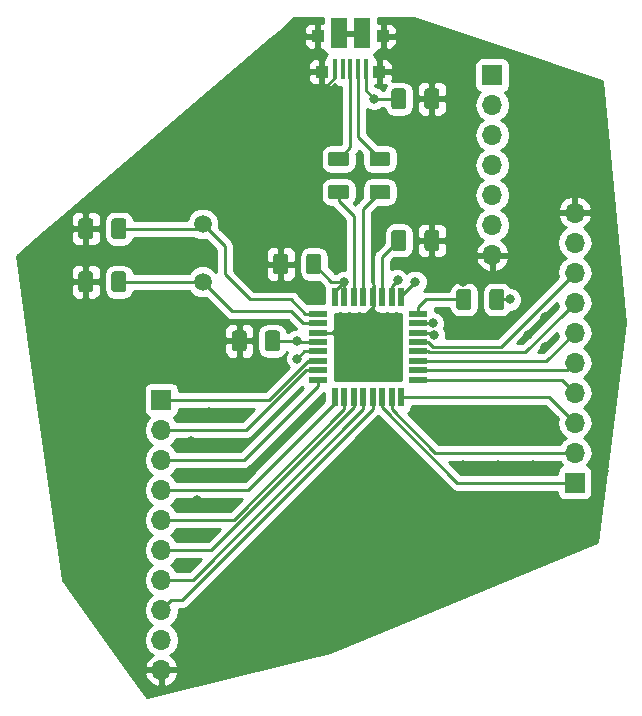
<source format=gbr>
G04 #@! TF.GenerationSoftware,KiCad,Pcbnew,5.0.0+dfsg1-2*
G04 #@! TF.CreationDate,2018-10-17T02:30:28+04:00*
G04 #@! TF.ProjectId,avrUsb,6176725573622E6B696361645F706362,rev?*
G04 #@! TF.SameCoordinates,Original*
G04 #@! TF.FileFunction,Copper,L1,Top,Signal*
G04 #@! TF.FilePolarity,Positive*
%FSLAX46Y46*%
G04 Gerber Fmt 4.6, Leading zero omitted, Abs format (unit mm)*
G04 Created by KiCad (PCBNEW 5.0.0+dfsg1-2) date Wed Oct 17 02:30:28 2018*
%MOMM*%
%LPD*%
G01*
G04 APERTURE LIST*
G04 #@! TA.AperFunction,Conductor*
%ADD10C,0.100000*%
G04 #@! TD*
G04 #@! TA.AperFunction,SMDPad,CuDef*
%ADD11C,1.250000*%
G04 #@! TD*
G04 #@! TA.AperFunction,ComponentPad*
%ADD12R,1.700000X1.700000*%
G04 #@! TD*
G04 #@! TA.AperFunction,ComponentPad*
%ADD13O,1.700000X1.700000*%
G04 #@! TD*
G04 #@! TA.AperFunction,SMDPad,CuDef*
%ADD14R,1.600000X0.550000*%
G04 #@! TD*
G04 #@! TA.AperFunction,SMDPad,CuDef*
%ADD15R,0.550000X1.600000*%
G04 #@! TD*
G04 #@! TA.AperFunction,SMDPad,CuDef*
%ADD16R,1.424940X2.499993*%
G04 #@! TD*
G04 #@! TA.AperFunction,SMDPad,CuDef*
%ADD17R,0.400000X1.750000*%
G04 #@! TD*
G04 #@! TA.AperFunction,ComponentPad*
%ADD18R,1.016000X1.016000*%
G04 #@! TD*
G04 #@! TA.AperFunction,ComponentPad*
%ADD19C,1.500000*%
G04 #@! TD*
G04 #@! TA.AperFunction,ViaPad*
%ADD20C,0.800000*%
G04 #@! TD*
G04 #@! TA.AperFunction,Conductor*
%ADD21C,0.250000*%
G04 #@! TD*
G04 #@! TA.AperFunction,Conductor*
%ADD22C,0.254000*%
G04 #@! TD*
G04 APERTURE END LIST*
D10*
G04 #@! TO.N,Net-(C1-Pad2)*
G04 #@! TO.C,C1*
G36*
X169299504Y-88126204D02*
X169323773Y-88129804D01*
X169347571Y-88135765D01*
X169370671Y-88144030D01*
X169392849Y-88154520D01*
X169413893Y-88167133D01*
X169433598Y-88181747D01*
X169451777Y-88198223D01*
X169468253Y-88216402D01*
X169482867Y-88236107D01*
X169495480Y-88257151D01*
X169505970Y-88279329D01*
X169514235Y-88302429D01*
X169520196Y-88326227D01*
X169523796Y-88350496D01*
X169525000Y-88375000D01*
X169525000Y-89625000D01*
X169523796Y-89649504D01*
X169520196Y-89673773D01*
X169514235Y-89697571D01*
X169505970Y-89720671D01*
X169495480Y-89742849D01*
X169482867Y-89763893D01*
X169468253Y-89783598D01*
X169451777Y-89801777D01*
X169433598Y-89818253D01*
X169413893Y-89832867D01*
X169392849Y-89845480D01*
X169370671Y-89855970D01*
X169347571Y-89864235D01*
X169323773Y-89870196D01*
X169299504Y-89873796D01*
X169275000Y-89875000D01*
X168525000Y-89875000D01*
X168500496Y-89873796D01*
X168476227Y-89870196D01*
X168452429Y-89864235D01*
X168429329Y-89855970D01*
X168407151Y-89845480D01*
X168386107Y-89832867D01*
X168366402Y-89818253D01*
X168348223Y-89801777D01*
X168331747Y-89783598D01*
X168317133Y-89763893D01*
X168304520Y-89742849D01*
X168294030Y-89720671D01*
X168285765Y-89697571D01*
X168279804Y-89673773D01*
X168276204Y-89649504D01*
X168275000Y-89625000D01*
X168275000Y-88375000D01*
X168276204Y-88350496D01*
X168279804Y-88326227D01*
X168285765Y-88302429D01*
X168294030Y-88279329D01*
X168304520Y-88257151D01*
X168317133Y-88236107D01*
X168331747Y-88216402D01*
X168348223Y-88198223D01*
X168366402Y-88181747D01*
X168386107Y-88167133D01*
X168407151Y-88154520D01*
X168429329Y-88144030D01*
X168452429Y-88135765D01*
X168476227Y-88129804D01*
X168500496Y-88126204D01*
X168525000Y-88125000D01*
X169275000Y-88125000D01*
X169299504Y-88126204D01*
X169299504Y-88126204D01*
G37*
D11*
G04 #@! TD*
G04 #@! TO.P,C1,2*
G04 #@! TO.N,Net-(C1-Pad2)*
X168900000Y-89000000D03*
D10*
G04 #@! TO.N,GND*
G04 #@! TO.C,C1*
G36*
X166499504Y-88126204D02*
X166523773Y-88129804D01*
X166547571Y-88135765D01*
X166570671Y-88144030D01*
X166592849Y-88154520D01*
X166613893Y-88167133D01*
X166633598Y-88181747D01*
X166651777Y-88198223D01*
X166668253Y-88216402D01*
X166682867Y-88236107D01*
X166695480Y-88257151D01*
X166705970Y-88279329D01*
X166714235Y-88302429D01*
X166720196Y-88326227D01*
X166723796Y-88350496D01*
X166725000Y-88375000D01*
X166725000Y-89625000D01*
X166723796Y-89649504D01*
X166720196Y-89673773D01*
X166714235Y-89697571D01*
X166705970Y-89720671D01*
X166695480Y-89742849D01*
X166682867Y-89763893D01*
X166668253Y-89783598D01*
X166651777Y-89801777D01*
X166633598Y-89818253D01*
X166613893Y-89832867D01*
X166592849Y-89845480D01*
X166570671Y-89855970D01*
X166547571Y-89864235D01*
X166523773Y-89870196D01*
X166499504Y-89873796D01*
X166475000Y-89875000D01*
X165725000Y-89875000D01*
X165700496Y-89873796D01*
X165676227Y-89870196D01*
X165652429Y-89864235D01*
X165629329Y-89855970D01*
X165607151Y-89845480D01*
X165586107Y-89832867D01*
X165566402Y-89818253D01*
X165548223Y-89801777D01*
X165531747Y-89783598D01*
X165517133Y-89763893D01*
X165504520Y-89742849D01*
X165494030Y-89720671D01*
X165485765Y-89697571D01*
X165479804Y-89673773D01*
X165476204Y-89649504D01*
X165475000Y-89625000D01*
X165475000Y-88375000D01*
X165476204Y-88350496D01*
X165479804Y-88326227D01*
X165485765Y-88302429D01*
X165494030Y-88279329D01*
X165504520Y-88257151D01*
X165517133Y-88236107D01*
X165531747Y-88216402D01*
X165548223Y-88198223D01*
X165566402Y-88181747D01*
X165586107Y-88167133D01*
X165607151Y-88154520D01*
X165629329Y-88144030D01*
X165652429Y-88135765D01*
X165676227Y-88129804D01*
X165700496Y-88126204D01*
X165725000Y-88125000D01*
X166475000Y-88125000D01*
X166499504Y-88126204D01*
X166499504Y-88126204D01*
G37*
D11*
G04 #@! TD*
G04 #@! TO.P,C1,1*
G04 #@! TO.N,GND*
X166100000Y-89000000D03*
D10*
G04 #@! TO.N,GND*
G04 #@! TO.C,C2*
G36*
X166499504Y-83626204D02*
X166523773Y-83629804D01*
X166547571Y-83635765D01*
X166570671Y-83644030D01*
X166592849Y-83654520D01*
X166613893Y-83667133D01*
X166633598Y-83681747D01*
X166651777Y-83698223D01*
X166668253Y-83716402D01*
X166682867Y-83736107D01*
X166695480Y-83757151D01*
X166705970Y-83779329D01*
X166714235Y-83802429D01*
X166720196Y-83826227D01*
X166723796Y-83850496D01*
X166725000Y-83875000D01*
X166725000Y-85125000D01*
X166723796Y-85149504D01*
X166720196Y-85173773D01*
X166714235Y-85197571D01*
X166705970Y-85220671D01*
X166695480Y-85242849D01*
X166682867Y-85263893D01*
X166668253Y-85283598D01*
X166651777Y-85301777D01*
X166633598Y-85318253D01*
X166613893Y-85332867D01*
X166592849Y-85345480D01*
X166570671Y-85355970D01*
X166547571Y-85364235D01*
X166523773Y-85370196D01*
X166499504Y-85373796D01*
X166475000Y-85375000D01*
X165725000Y-85375000D01*
X165700496Y-85373796D01*
X165676227Y-85370196D01*
X165652429Y-85364235D01*
X165629329Y-85355970D01*
X165607151Y-85345480D01*
X165586107Y-85332867D01*
X165566402Y-85318253D01*
X165548223Y-85301777D01*
X165531747Y-85283598D01*
X165517133Y-85263893D01*
X165504520Y-85242849D01*
X165494030Y-85220671D01*
X165485765Y-85197571D01*
X165479804Y-85173773D01*
X165476204Y-85149504D01*
X165475000Y-85125000D01*
X165475000Y-83875000D01*
X165476204Y-83850496D01*
X165479804Y-83826227D01*
X165485765Y-83802429D01*
X165494030Y-83779329D01*
X165504520Y-83757151D01*
X165517133Y-83736107D01*
X165531747Y-83716402D01*
X165548223Y-83698223D01*
X165566402Y-83681747D01*
X165586107Y-83667133D01*
X165607151Y-83654520D01*
X165629329Y-83644030D01*
X165652429Y-83635765D01*
X165676227Y-83629804D01*
X165700496Y-83626204D01*
X165725000Y-83625000D01*
X166475000Y-83625000D01*
X166499504Y-83626204D01*
X166499504Y-83626204D01*
G37*
D11*
G04 #@! TD*
G04 #@! TO.P,C2,1*
G04 #@! TO.N,GND*
X166100000Y-84500000D03*
D10*
G04 #@! TO.N,Net-(C2-Pad2)*
G04 #@! TO.C,C2*
G36*
X169299504Y-83626204D02*
X169323773Y-83629804D01*
X169347571Y-83635765D01*
X169370671Y-83644030D01*
X169392849Y-83654520D01*
X169413893Y-83667133D01*
X169433598Y-83681747D01*
X169451777Y-83698223D01*
X169468253Y-83716402D01*
X169482867Y-83736107D01*
X169495480Y-83757151D01*
X169505970Y-83779329D01*
X169514235Y-83802429D01*
X169520196Y-83826227D01*
X169523796Y-83850496D01*
X169525000Y-83875000D01*
X169525000Y-85125000D01*
X169523796Y-85149504D01*
X169520196Y-85173773D01*
X169514235Y-85197571D01*
X169505970Y-85220671D01*
X169495480Y-85242849D01*
X169482867Y-85263893D01*
X169468253Y-85283598D01*
X169451777Y-85301777D01*
X169433598Y-85318253D01*
X169413893Y-85332867D01*
X169392849Y-85345480D01*
X169370671Y-85355970D01*
X169347571Y-85364235D01*
X169323773Y-85370196D01*
X169299504Y-85373796D01*
X169275000Y-85375000D01*
X168525000Y-85375000D01*
X168500496Y-85373796D01*
X168476227Y-85370196D01*
X168452429Y-85364235D01*
X168429329Y-85355970D01*
X168407151Y-85345480D01*
X168386107Y-85332867D01*
X168366402Y-85318253D01*
X168348223Y-85301777D01*
X168331747Y-85283598D01*
X168317133Y-85263893D01*
X168304520Y-85242849D01*
X168294030Y-85220671D01*
X168285765Y-85197571D01*
X168279804Y-85173773D01*
X168276204Y-85149504D01*
X168275000Y-85125000D01*
X168275000Y-83875000D01*
X168276204Y-83850496D01*
X168279804Y-83826227D01*
X168285765Y-83802429D01*
X168294030Y-83779329D01*
X168304520Y-83757151D01*
X168317133Y-83736107D01*
X168331747Y-83716402D01*
X168348223Y-83698223D01*
X168366402Y-83681747D01*
X168386107Y-83667133D01*
X168407151Y-83654520D01*
X168429329Y-83644030D01*
X168452429Y-83635765D01*
X168476227Y-83629804D01*
X168500496Y-83626204D01*
X168525000Y-83625000D01*
X169275000Y-83625000D01*
X169299504Y-83626204D01*
X169299504Y-83626204D01*
G37*
D11*
G04 #@! TD*
G04 #@! TO.P,C2,2*
G04 #@! TO.N,Net-(C2-Pad2)*
X168900000Y-84500000D03*
D10*
G04 #@! TO.N,Net-(C3-Pad1)*
G04 #@! TO.C,C3*
G36*
X192999504Y-84626204D02*
X193023773Y-84629804D01*
X193047571Y-84635765D01*
X193070671Y-84644030D01*
X193092849Y-84654520D01*
X193113893Y-84667133D01*
X193133598Y-84681747D01*
X193151777Y-84698223D01*
X193168253Y-84716402D01*
X193182867Y-84736107D01*
X193195480Y-84757151D01*
X193205970Y-84779329D01*
X193214235Y-84802429D01*
X193220196Y-84826227D01*
X193223796Y-84850496D01*
X193225000Y-84875000D01*
X193225000Y-86125000D01*
X193223796Y-86149504D01*
X193220196Y-86173773D01*
X193214235Y-86197571D01*
X193205970Y-86220671D01*
X193195480Y-86242849D01*
X193182867Y-86263893D01*
X193168253Y-86283598D01*
X193151777Y-86301777D01*
X193133598Y-86318253D01*
X193113893Y-86332867D01*
X193092849Y-86345480D01*
X193070671Y-86355970D01*
X193047571Y-86364235D01*
X193023773Y-86370196D01*
X192999504Y-86373796D01*
X192975000Y-86375000D01*
X192225000Y-86375000D01*
X192200496Y-86373796D01*
X192176227Y-86370196D01*
X192152429Y-86364235D01*
X192129329Y-86355970D01*
X192107151Y-86345480D01*
X192086107Y-86332867D01*
X192066402Y-86318253D01*
X192048223Y-86301777D01*
X192031747Y-86283598D01*
X192017133Y-86263893D01*
X192004520Y-86242849D01*
X191994030Y-86220671D01*
X191985765Y-86197571D01*
X191979804Y-86173773D01*
X191976204Y-86149504D01*
X191975000Y-86125000D01*
X191975000Y-84875000D01*
X191976204Y-84850496D01*
X191979804Y-84826227D01*
X191985765Y-84802429D01*
X191994030Y-84779329D01*
X192004520Y-84757151D01*
X192017133Y-84736107D01*
X192031747Y-84716402D01*
X192048223Y-84698223D01*
X192066402Y-84681747D01*
X192086107Y-84667133D01*
X192107151Y-84654520D01*
X192129329Y-84644030D01*
X192152429Y-84635765D01*
X192176227Y-84629804D01*
X192200496Y-84626204D01*
X192225000Y-84625000D01*
X192975000Y-84625000D01*
X192999504Y-84626204D01*
X192999504Y-84626204D01*
G37*
D11*
G04 #@! TD*
G04 #@! TO.P,C3,1*
G04 #@! TO.N,Net-(C3-Pad1)*
X192600000Y-85500000D03*
D10*
G04 #@! TO.N,GND*
G04 #@! TO.C,C3*
G36*
X195799504Y-84626204D02*
X195823773Y-84629804D01*
X195847571Y-84635765D01*
X195870671Y-84644030D01*
X195892849Y-84654520D01*
X195913893Y-84667133D01*
X195933598Y-84681747D01*
X195951777Y-84698223D01*
X195968253Y-84716402D01*
X195982867Y-84736107D01*
X195995480Y-84757151D01*
X196005970Y-84779329D01*
X196014235Y-84802429D01*
X196020196Y-84826227D01*
X196023796Y-84850496D01*
X196025000Y-84875000D01*
X196025000Y-86125000D01*
X196023796Y-86149504D01*
X196020196Y-86173773D01*
X196014235Y-86197571D01*
X196005970Y-86220671D01*
X195995480Y-86242849D01*
X195982867Y-86263893D01*
X195968253Y-86283598D01*
X195951777Y-86301777D01*
X195933598Y-86318253D01*
X195913893Y-86332867D01*
X195892849Y-86345480D01*
X195870671Y-86355970D01*
X195847571Y-86364235D01*
X195823773Y-86370196D01*
X195799504Y-86373796D01*
X195775000Y-86375000D01*
X195025000Y-86375000D01*
X195000496Y-86373796D01*
X194976227Y-86370196D01*
X194952429Y-86364235D01*
X194929329Y-86355970D01*
X194907151Y-86345480D01*
X194886107Y-86332867D01*
X194866402Y-86318253D01*
X194848223Y-86301777D01*
X194831747Y-86283598D01*
X194817133Y-86263893D01*
X194804520Y-86242849D01*
X194794030Y-86220671D01*
X194785765Y-86197571D01*
X194779804Y-86173773D01*
X194776204Y-86149504D01*
X194775000Y-86125000D01*
X194775000Y-84875000D01*
X194776204Y-84850496D01*
X194779804Y-84826227D01*
X194785765Y-84802429D01*
X194794030Y-84779329D01*
X194804520Y-84757151D01*
X194817133Y-84736107D01*
X194831747Y-84716402D01*
X194848223Y-84698223D01*
X194866402Y-84681747D01*
X194886107Y-84667133D01*
X194907151Y-84654520D01*
X194929329Y-84644030D01*
X194952429Y-84635765D01*
X194976227Y-84629804D01*
X195000496Y-84626204D01*
X195025000Y-84625000D01*
X195775000Y-84625000D01*
X195799504Y-84626204D01*
X195799504Y-84626204D01*
G37*
D11*
G04 #@! TD*
G04 #@! TO.P,C3,2*
G04 #@! TO.N,GND*
X195400000Y-85500000D03*
D10*
G04 #@! TO.N,GND*
G04 #@! TO.C,C4*
G36*
X195799504Y-72626204D02*
X195823773Y-72629804D01*
X195847571Y-72635765D01*
X195870671Y-72644030D01*
X195892849Y-72654520D01*
X195913893Y-72667133D01*
X195933598Y-72681747D01*
X195951777Y-72698223D01*
X195968253Y-72716402D01*
X195982867Y-72736107D01*
X195995480Y-72757151D01*
X196005970Y-72779329D01*
X196014235Y-72802429D01*
X196020196Y-72826227D01*
X196023796Y-72850496D01*
X196025000Y-72875000D01*
X196025000Y-74125000D01*
X196023796Y-74149504D01*
X196020196Y-74173773D01*
X196014235Y-74197571D01*
X196005970Y-74220671D01*
X195995480Y-74242849D01*
X195982867Y-74263893D01*
X195968253Y-74283598D01*
X195951777Y-74301777D01*
X195933598Y-74318253D01*
X195913893Y-74332867D01*
X195892849Y-74345480D01*
X195870671Y-74355970D01*
X195847571Y-74364235D01*
X195823773Y-74370196D01*
X195799504Y-74373796D01*
X195775000Y-74375000D01*
X195025000Y-74375000D01*
X195000496Y-74373796D01*
X194976227Y-74370196D01*
X194952429Y-74364235D01*
X194929329Y-74355970D01*
X194907151Y-74345480D01*
X194886107Y-74332867D01*
X194866402Y-74318253D01*
X194848223Y-74301777D01*
X194831747Y-74283598D01*
X194817133Y-74263893D01*
X194804520Y-74242849D01*
X194794030Y-74220671D01*
X194785765Y-74197571D01*
X194779804Y-74173773D01*
X194776204Y-74149504D01*
X194775000Y-74125000D01*
X194775000Y-72875000D01*
X194776204Y-72850496D01*
X194779804Y-72826227D01*
X194785765Y-72802429D01*
X194794030Y-72779329D01*
X194804520Y-72757151D01*
X194817133Y-72736107D01*
X194831747Y-72716402D01*
X194848223Y-72698223D01*
X194866402Y-72681747D01*
X194886107Y-72667133D01*
X194907151Y-72654520D01*
X194929329Y-72644030D01*
X194952429Y-72635765D01*
X194976227Y-72629804D01*
X195000496Y-72626204D01*
X195025000Y-72625000D01*
X195775000Y-72625000D01*
X195799504Y-72626204D01*
X195799504Y-72626204D01*
G37*
D11*
G04 #@! TD*
G04 #@! TO.P,C4,2*
G04 #@! TO.N,GND*
X195400000Y-73500000D03*
D10*
G04 #@! TO.N,VCC*
G04 #@! TO.C,C4*
G36*
X192999504Y-72626204D02*
X193023773Y-72629804D01*
X193047571Y-72635765D01*
X193070671Y-72644030D01*
X193092849Y-72654520D01*
X193113893Y-72667133D01*
X193133598Y-72681747D01*
X193151777Y-72698223D01*
X193168253Y-72716402D01*
X193182867Y-72736107D01*
X193195480Y-72757151D01*
X193205970Y-72779329D01*
X193214235Y-72802429D01*
X193220196Y-72826227D01*
X193223796Y-72850496D01*
X193225000Y-72875000D01*
X193225000Y-74125000D01*
X193223796Y-74149504D01*
X193220196Y-74173773D01*
X193214235Y-74197571D01*
X193205970Y-74220671D01*
X193195480Y-74242849D01*
X193182867Y-74263893D01*
X193168253Y-74283598D01*
X193151777Y-74301777D01*
X193133598Y-74318253D01*
X193113893Y-74332867D01*
X193092849Y-74345480D01*
X193070671Y-74355970D01*
X193047571Y-74364235D01*
X193023773Y-74370196D01*
X192999504Y-74373796D01*
X192975000Y-74375000D01*
X192225000Y-74375000D01*
X192200496Y-74373796D01*
X192176227Y-74370196D01*
X192152429Y-74364235D01*
X192129329Y-74355970D01*
X192107151Y-74345480D01*
X192086107Y-74332867D01*
X192066402Y-74318253D01*
X192048223Y-74301777D01*
X192031747Y-74283598D01*
X192017133Y-74263893D01*
X192004520Y-74242849D01*
X191994030Y-74220671D01*
X191985765Y-74197571D01*
X191979804Y-74173773D01*
X191976204Y-74149504D01*
X191975000Y-74125000D01*
X191975000Y-72875000D01*
X191976204Y-72850496D01*
X191979804Y-72826227D01*
X191985765Y-72802429D01*
X191994030Y-72779329D01*
X192004520Y-72757151D01*
X192017133Y-72736107D01*
X192031747Y-72716402D01*
X192048223Y-72698223D01*
X192066402Y-72681747D01*
X192086107Y-72667133D01*
X192107151Y-72654520D01*
X192129329Y-72644030D01*
X192152429Y-72635765D01*
X192176227Y-72629804D01*
X192200496Y-72626204D01*
X192225000Y-72625000D01*
X192975000Y-72625000D01*
X192999504Y-72626204D01*
X192999504Y-72626204D01*
G37*
D11*
G04 #@! TD*
G04 #@! TO.P,C4,1*
G04 #@! TO.N,VCC*
X192600000Y-73500000D03*
D10*
G04 #@! TO.N,VCC*
G04 #@! TO.C,C5*
G36*
X185799504Y-86626204D02*
X185823773Y-86629804D01*
X185847571Y-86635765D01*
X185870671Y-86644030D01*
X185892849Y-86654520D01*
X185913893Y-86667133D01*
X185933598Y-86681747D01*
X185951777Y-86698223D01*
X185968253Y-86716402D01*
X185982867Y-86736107D01*
X185995480Y-86757151D01*
X186005970Y-86779329D01*
X186014235Y-86802429D01*
X186020196Y-86826227D01*
X186023796Y-86850496D01*
X186025000Y-86875000D01*
X186025000Y-88125000D01*
X186023796Y-88149504D01*
X186020196Y-88173773D01*
X186014235Y-88197571D01*
X186005970Y-88220671D01*
X185995480Y-88242849D01*
X185982867Y-88263893D01*
X185968253Y-88283598D01*
X185951777Y-88301777D01*
X185933598Y-88318253D01*
X185913893Y-88332867D01*
X185892849Y-88345480D01*
X185870671Y-88355970D01*
X185847571Y-88364235D01*
X185823773Y-88370196D01*
X185799504Y-88373796D01*
X185775000Y-88375000D01*
X185025000Y-88375000D01*
X185000496Y-88373796D01*
X184976227Y-88370196D01*
X184952429Y-88364235D01*
X184929329Y-88355970D01*
X184907151Y-88345480D01*
X184886107Y-88332867D01*
X184866402Y-88318253D01*
X184848223Y-88301777D01*
X184831747Y-88283598D01*
X184817133Y-88263893D01*
X184804520Y-88242849D01*
X184794030Y-88220671D01*
X184785765Y-88197571D01*
X184779804Y-88173773D01*
X184776204Y-88149504D01*
X184775000Y-88125000D01*
X184775000Y-86875000D01*
X184776204Y-86850496D01*
X184779804Y-86826227D01*
X184785765Y-86802429D01*
X184794030Y-86779329D01*
X184804520Y-86757151D01*
X184817133Y-86736107D01*
X184831747Y-86716402D01*
X184848223Y-86698223D01*
X184866402Y-86681747D01*
X184886107Y-86667133D01*
X184907151Y-86654520D01*
X184929329Y-86644030D01*
X184952429Y-86635765D01*
X184976227Y-86629804D01*
X185000496Y-86626204D01*
X185025000Y-86625000D01*
X185775000Y-86625000D01*
X185799504Y-86626204D01*
X185799504Y-86626204D01*
G37*
D11*
G04 #@! TD*
G04 #@! TO.P,C5,1*
G04 #@! TO.N,VCC*
X185400000Y-87500000D03*
D10*
G04 #@! TO.N,GND*
G04 #@! TO.C,C5*
G36*
X182999504Y-86626204D02*
X183023773Y-86629804D01*
X183047571Y-86635765D01*
X183070671Y-86644030D01*
X183092849Y-86654520D01*
X183113893Y-86667133D01*
X183133598Y-86681747D01*
X183151777Y-86698223D01*
X183168253Y-86716402D01*
X183182867Y-86736107D01*
X183195480Y-86757151D01*
X183205970Y-86779329D01*
X183214235Y-86802429D01*
X183220196Y-86826227D01*
X183223796Y-86850496D01*
X183225000Y-86875000D01*
X183225000Y-88125000D01*
X183223796Y-88149504D01*
X183220196Y-88173773D01*
X183214235Y-88197571D01*
X183205970Y-88220671D01*
X183195480Y-88242849D01*
X183182867Y-88263893D01*
X183168253Y-88283598D01*
X183151777Y-88301777D01*
X183133598Y-88318253D01*
X183113893Y-88332867D01*
X183092849Y-88345480D01*
X183070671Y-88355970D01*
X183047571Y-88364235D01*
X183023773Y-88370196D01*
X182999504Y-88373796D01*
X182975000Y-88375000D01*
X182225000Y-88375000D01*
X182200496Y-88373796D01*
X182176227Y-88370196D01*
X182152429Y-88364235D01*
X182129329Y-88355970D01*
X182107151Y-88345480D01*
X182086107Y-88332867D01*
X182066402Y-88318253D01*
X182048223Y-88301777D01*
X182031747Y-88283598D01*
X182017133Y-88263893D01*
X182004520Y-88242849D01*
X181994030Y-88220671D01*
X181985765Y-88197571D01*
X181979804Y-88173773D01*
X181976204Y-88149504D01*
X181975000Y-88125000D01*
X181975000Y-86875000D01*
X181976204Y-86850496D01*
X181979804Y-86826227D01*
X181985765Y-86802429D01*
X181994030Y-86779329D01*
X182004520Y-86757151D01*
X182017133Y-86736107D01*
X182031747Y-86716402D01*
X182048223Y-86698223D01*
X182066402Y-86681747D01*
X182086107Y-86667133D01*
X182107151Y-86654520D01*
X182129329Y-86644030D01*
X182152429Y-86635765D01*
X182176227Y-86629804D01*
X182200496Y-86626204D01*
X182225000Y-86625000D01*
X182975000Y-86625000D01*
X182999504Y-86626204D01*
X182999504Y-86626204D01*
G37*
D11*
G04 #@! TD*
G04 #@! TO.P,C5,2*
G04 #@! TO.N,GND*
X182600000Y-87500000D03*
D10*
G04 #@! TO.N,GND*
G04 #@! TO.C,C6*
G36*
X179499504Y-93126204D02*
X179523773Y-93129804D01*
X179547571Y-93135765D01*
X179570671Y-93144030D01*
X179592849Y-93154520D01*
X179613893Y-93167133D01*
X179633598Y-93181747D01*
X179651777Y-93198223D01*
X179668253Y-93216402D01*
X179682867Y-93236107D01*
X179695480Y-93257151D01*
X179705970Y-93279329D01*
X179714235Y-93302429D01*
X179720196Y-93326227D01*
X179723796Y-93350496D01*
X179725000Y-93375000D01*
X179725000Y-94625000D01*
X179723796Y-94649504D01*
X179720196Y-94673773D01*
X179714235Y-94697571D01*
X179705970Y-94720671D01*
X179695480Y-94742849D01*
X179682867Y-94763893D01*
X179668253Y-94783598D01*
X179651777Y-94801777D01*
X179633598Y-94818253D01*
X179613893Y-94832867D01*
X179592849Y-94845480D01*
X179570671Y-94855970D01*
X179547571Y-94864235D01*
X179523773Y-94870196D01*
X179499504Y-94873796D01*
X179475000Y-94875000D01*
X178725000Y-94875000D01*
X178700496Y-94873796D01*
X178676227Y-94870196D01*
X178652429Y-94864235D01*
X178629329Y-94855970D01*
X178607151Y-94845480D01*
X178586107Y-94832867D01*
X178566402Y-94818253D01*
X178548223Y-94801777D01*
X178531747Y-94783598D01*
X178517133Y-94763893D01*
X178504520Y-94742849D01*
X178494030Y-94720671D01*
X178485765Y-94697571D01*
X178479804Y-94673773D01*
X178476204Y-94649504D01*
X178475000Y-94625000D01*
X178475000Y-93375000D01*
X178476204Y-93350496D01*
X178479804Y-93326227D01*
X178485765Y-93302429D01*
X178494030Y-93279329D01*
X178504520Y-93257151D01*
X178517133Y-93236107D01*
X178531747Y-93216402D01*
X178548223Y-93198223D01*
X178566402Y-93181747D01*
X178586107Y-93167133D01*
X178607151Y-93154520D01*
X178629329Y-93144030D01*
X178652429Y-93135765D01*
X178676227Y-93129804D01*
X178700496Y-93126204D01*
X178725000Y-93125000D01*
X179475000Y-93125000D01*
X179499504Y-93126204D01*
X179499504Y-93126204D01*
G37*
D11*
G04 #@! TD*
G04 #@! TO.P,C6,2*
G04 #@! TO.N,GND*
X179100000Y-94000000D03*
D10*
G04 #@! TO.N,VCC*
G04 #@! TO.C,C6*
G36*
X182299504Y-93126204D02*
X182323773Y-93129804D01*
X182347571Y-93135765D01*
X182370671Y-93144030D01*
X182392849Y-93154520D01*
X182413893Y-93167133D01*
X182433598Y-93181747D01*
X182451777Y-93198223D01*
X182468253Y-93216402D01*
X182482867Y-93236107D01*
X182495480Y-93257151D01*
X182505970Y-93279329D01*
X182514235Y-93302429D01*
X182520196Y-93326227D01*
X182523796Y-93350496D01*
X182525000Y-93375000D01*
X182525000Y-94625000D01*
X182523796Y-94649504D01*
X182520196Y-94673773D01*
X182514235Y-94697571D01*
X182505970Y-94720671D01*
X182495480Y-94742849D01*
X182482867Y-94763893D01*
X182468253Y-94783598D01*
X182451777Y-94801777D01*
X182433598Y-94818253D01*
X182413893Y-94832867D01*
X182392849Y-94845480D01*
X182370671Y-94855970D01*
X182347571Y-94864235D01*
X182323773Y-94870196D01*
X182299504Y-94873796D01*
X182275000Y-94875000D01*
X181525000Y-94875000D01*
X181500496Y-94873796D01*
X181476227Y-94870196D01*
X181452429Y-94864235D01*
X181429329Y-94855970D01*
X181407151Y-94845480D01*
X181386107Y-94832867D01*
X181366402Y-94818253D01*
X181348223Y-94801777D01*
X181331747Y-94783598D01*
X181317133Y-94763893D01*
X181304520Y-94742849D01*
X181294030Y-94720671D01*
X181285765Y-94697571D01*
X181279804Y-94673773D01*
X181276204Y-94649504D01*
X181275000Y-94625000D01*
X181275000Y-93375000D01*
X181276204Y-93350496D01*
X181279804Y-93326227D01*
X181285765Y-93302429D01*
X181294030Y-93279329D01*
X181304520Y-93257151D01*
X181317133Y-93236107D01*
X181331747Y-93216402D01*
X181348223Y-93198223D01*
X181366402Y-93181747D01*
X181386107Y-93167133D01*
X181407151Y-93154520D01*
X181429329Y-93144030D01*
X181452429Y-93135765D01*
X181476227Y-93129804D01*
X181500496Y-93126204D01*
X181525000Y-93125000D01*
X182275000Y-93125000D01*
X182299504Y-93126204D01*
X182299504Y-93126204D01*
G37*
D11*
G04 #@! TD*
G04 #@! TO.P,C6,1*
G04 #@! TO.N,VCC*
X181900000Y-94000000D03*
D12*
G04 #@! TO.P,J1,1*
G04 #@! TO.N,Net-(J1-Pad1)*
X200500000Y-71500000D03*
D13*
G04 #@! TO.P,J1,2*
G04 #@! TO.N,Net-(J1-Pad2)*
X200500000Y-74040000D03*
G04 #@! TO.P,J1,3*
G04 #@! TO.N,Net-(J1-Pad3)*
X200500000Y-76580000D03*
G04 #@! TO.P,J1,4*
G04 #@! TO.N,Net-(J1-Pad4)*
X200500000Y-79120000D03*
G04 #@! TO.P,J1,5*
G04 #@! TO.N,Net-(J1-Pad5)*
X200500000Y-81660000D03*
G04 #@! TO.P,J1,6*
G04 #@! TO.N,VCC*
X200500000Y-84200000D03*
G04 #@! TO.P,J1,7*
G04 #@! TO.N,GND*
X200500000Y-86740000D03*
G04 #@! TD*
D12*
G04 #@! TO.P,J2,1*
G04 #@! TO.N,Net-(J2-Pad1)*
X207500000Y-106000000D03*
D13*
G04 #@! TO.P,J2,2*
G04 #@! TO.N,Net-(J2-Pad2)*
X207500000Y-103460000D03*
G04 #@! TO.P,J2,3*
G04 #@! TO.N,Net-(J2-Pad3)*
X207500000Y-100920000D03*
G04 #@! TO.P,J2,4*
G04 #@! TO.N,Net-(J2-Pad4)*
X207500000Y-98380000D03*
G04 #@! TO.P,J2,5*
G04 #@! TO.N,Net-(J2-Pad5)*
X207500000Y-95840000D03*
G04 #@! TO.P,J2,6*
G04 #@! TO.N,Net-(J2-Pad6)*
X207500000Y-93300000D03*
G04 #@! TO.P,J2,7*
G04 #@! TO.N,Net-(J2-Pad7)*
X207500000Y-90760000D03*
G04 #@! TO.P,J2,8*
G04 #@! TO.N,Net-(J2-Pad8)*
X207500000Y-88220000D03*
G04 #@! TO.P,J2,9*
G04 #@! TO.N,VCC*
X207500000Y-85680000D03*
G04 #@! TO.P,J2,10*
G04 #@! TO.N,GND*
X207500000Y-83140000D03*
G04 #@! TD*
G04 #@! TO.P,J3,10*
G04 #@! TO.N,GND*
X172500000Y-121860000D03*
G04 #@! TO.P,J3,9*
G04 #@! TO.N,VCC*
X172500000Y-119320000D03*
G04 #@! TO.P,J3,8*
G04 #@! TO.N,Net-(J3-Pad8)*
X172500000Y-116780000D03*
G04 #@! TO.P,J3,7*
G04 #@! TO.N,Net-(J3-Pad7)*
X172500000Y-114240000D03*
G04 #@! TO.P,J3,6*
G04 #@! TO.N,Net-(J3-Pad6)*
X172500000Y-111700000D03*
G04 #@! TO.P,J3,5*
G04 #@! TO.N,Net-(J3-Pad5)*
X172500000Y-109160000D03*
G04 #@! TO.P,J3,4*
G04 #@! TO.N,Net-(J3-Pad4)*
X172500000Y-106620000D03*
G04 #@! TO.P,J3,3*
G04 #@! TO.N,Net-(J3-Pad3)*
X172500000Y-104080000D03*
G04 #@! TO.P,J3,2*
G04 #@! TO.N,Net-(J3-Pad2)*
X172500000Y-101540000D03*
D12*
G04 #@! TO.P,J3,1*
G04 #@! TO.N,Net-(J3-Pad1)*
X172500000Y-99000000D03*
G04 #@! TD*
D10*
G04 #@! TO.N,Net-(R1-Pad1)*
G04 #@! TO.C,R1*
G36*
X188149504Y-80776204D02*
X188173773Y-80779804D01*
X188197571Y-80785765D01*
X188220671Y-80794030D01*
X188242849Y-80804520D01*
X188263893Y-80817133D01*
X188283598Y-80831747D01*
X188301777Y-80848223D01*
X188318253Y-80866402D01*
X188332867Y-80886107D01*
X188345480Y-80907151D01*
X188355970Y-80929329D01*
X188364235Y-80952429D01*
X188370196Y-80976227D01*
X188373796Y-81000496D01*
X188375000Y-81025000D01*
X188375000Y-81775000D01*
X188373796Y-81799504D01*
X188370196Y-81823773D01*
X188364235Y-81847571D01*
X188355970Y-81870671D01*
X188345480Y-81892849D01*
X188332867Y-81913893D01*
X188318253Y-81933598D01*
X188301777Y-81951777D01*
X188283598Y-81968253D01*
X188263893Y-81982867D01*
X188242849Y-81995480D01*
X188220671Y-82005970D01*
X188197571Y-82014235D01*
X188173773Y-82020196D01*
X188149504Y-82023796D01*
X188125000Y-82025000D01*
X186875000Y-82025000D01*
X186850496Y-82023796D01*
X186826227Y-82020196D01*
X186802429Y-82014235D01*
X186779329Y-82005970D01*
X186757151Y-81995480D01*
X186736107Y-81982867D01*
X186716402Y-81968253D01*
X186698223Y-81951777D01*
X186681747Y-81933598D01*
X186667133Y-81913893D01*
X186654520Y-81892849D01*
X186644030Y-81870671D01*
X186635765Y-81847571D01*
X186629804Y-81823773D01*
X186626204Y-81799504D01*
X186625000Y-81775000D01*
X186625000Y-81025000D01*
X186626204Y-81000496D01*
X186629804Y-80976227D01*
X186635765Y-80952429D01*
X186644030Y-80929329D01*
X186654520Y-80907151D01*
X186667133Y-80886107D01*
X186681747Y-80866402D01*
X186698223Y-80848223D01*
X186716402Y-80831747D01*
X186736107Y-80817133D01*
X186757151Y-80804520D01*
X186779329Y-80794030D01*
X186802429Y-80785765D01*
X186826227Y-80779804D01*
X186850496Y-80776204D01*
X186875000Y-80775000D01*
X188125000Y-80775000D01*
X188149504Y-80776204D01*
X188149504Y-80776204D01*
G37*
D11*
G04 #@! TD*
G04 #@! TO.P,R1,1*
G04 #@! TO.N,Net-(R1-Pad1)*
X187500000Y-81400000D03*
D10*
G04 #@! TO.N,Net-(R1-Pad2)*
G04 #@! TO.C,R1*
G36*
X188149504Y-77976204D02*
X188173773Y-77979804D01*
X188197571Y-77985765D01*
X188220671Y-77994030D01*
X188242849Y-78004520D01*
X188263893Y-78017133D01*
X188283598Y-78031747D01*
X188301777Y-78048223D01*
X188318253Y-78066402D01*
X188332867Y-78086107D01*
X188345480Y-78107151D01*
X188355970Y-78129329D01*
X188364235Y-78152429D01*
X188370196Y-78176227D01*
X188373796Y-78200496D01*
X188375000Y-78225000D01*
X188375000Y-78975000D01*
X188373796Y-78999504D01*
X188370196Y-79023773D01*
X188364235Y-79047571D01*
X188355970Y-79070671D01*
X188345480Y-79092849D01*
X188332867Y-79113893D01*
X188318253Y-79133598D01*
X188301777Y-79151777D01*
X188283598Y-79168253D01*
X188263893Y-79182867D01*
X188242849Y-79195480D01*
X188220671Y-79205970D01*
X188197571Y-79214235D01*
X188173773Y-79220196D01*
X188149504Y-79223796D01*
X188125000Y-79225000D01*
X186875000Y-79225000D01*
X186850496Y-79223796D01*
X186826227Y-79220196D01*
X186802429Y-79214235D01*
X186779329Y-79205970D01*
X186757151Y-79195480D01*
X186736107Y-79182867D01*
X186716402Y-79168253D01*
X186698223Y-79151777D01*
X186681747Y-79133598D01*
X186667133Y-79113893D01*
X186654520Y-79092849D01*
X186644030Y-79070671D01*
X186635765Y-79047571D01*
X186629804Y-79023773D01*
X186626204Y-78999504D01*
X186625000Y-78975000D01*
X186625000Y-78225000D01*
X186626204Y-78200496D01*
X186629804Y-78176227D01*
X186635765Y-78152429D01*
X186644030Y-78129329D01*
X186654520Y-78107151D01*
X186667133Y-78086107D01*
X186681747Y-78066402D01*
X186698223Y-78048223D01*
X186716402Y-78031747D01*
X186736107Y-78017133D01*
X186757151Y-78004520D01*
X186779329Y-77994030D01*
X186802429Y-77985765D01*
X186826227Y-77979804D01*
X186850496Y-77976204D01*
X186875000Y-77975000D01*
X188125000Y-77975000D01*
X188149504Y-77976204D01*
X188149504Y-77976204D01*
G37*
D11*
G04 #@! TD*
G04 #@! TO.P,R1,2*
G04 #@! TO.N,Net-(R1-Pad2)*
X187500000Y-78600000D03*
D10*
G04 #@! TO.N,Net-(R2-Pad2)*
G04 #@! TO.C,R2*
G36*
X191649504Y-77976204D02*
X191673773Y-77979804D01*
X191697571Y-77985765D01*
X191720671Y-77994030D01*
X191742849Y-78004520D01*
X191763893Y-78017133D01*
X191783598Y-78031747D01*
X191801777Y-78048223D01*
X191818253Y-78066402D01*
X191832867Y-78086107D01*
X191845480Y-78107151D01*
X191855970Y-78129329D01*
X191864235Y-78152429D01*
X191870196Y-78176227D01*
X191873796Y-78200496D01*
X191875000Y-78225000D01*
X191875000Y-78975000D01*
X191873796Y-78999504D01*
X191870196Y-79023773D01*
X191864235Y-79047571D01*
X191855970Y-79070671D01*
X191845480Y-79092849D01*
X191832867Y-79113893D01*
X191818253Y-79133598D01*
X191801777Y-79151777D01*
X191783598Y-79168253D01*
X191763893Y-79182867D01*
X191742849Y-79195480D01*
X191720671Y-79205970D01*
X191697571Y-79214235D01*
X191673773Y-79220196D01*
X191649504Y-79223796D01*
X191625000Y-79225000D01*
X190375000Y-79225000D01*
X190350496Y-79223796D01*
X190326227Y-79220196D01*
X190302429Y-79214235D01*
X190279329Y-79205970D01*
X190257151Y-79195480D01*
X190236107Y-79182867D01*
X190216402Y-79168253D01*
X190198223Y-79151777D01*
X190181747Y-79133598D01*
X190167133Y-79113893D01*
X190154520Y-79092849D01*
X190144030Y-79070671D01*
X190135765Y-79047571D01*
X190129804Y-79023773D01*
X190126204Y-78999504D01*
X190125000Y-78975000D01*
X190125000Y-78225000D01*
X190126204Y-78200496D01*
X190129804Y-78176227D01*
X190135765Y-78152429D01*
X190144030Y-78129329D01*
X190154520Y-78107151D01*
X190167133Y-78086107D01*
X190181747Y-78066402D01*
X190198223Y-78048223D01*
X190216402Y-78031747D01*
X190236107Y-78017133D01*
X190257151Y-78004520D01*
X190279329Y-77994030D01*
X190302429Y-77985765D01*
X190326227Y-77979804D01*
X190350496Y-77976204D01*
X190375000Y-77975000D01*
X191625000Y-77975000D01*
X191649504Y-77976204D01*
X191649504Y-77976204D01*
G37*
D11*
G04 #@! TD*
G04 #@! TO.P,R2,2*
G04 #@! TO.N,Net-(R2-Pad2)*
X191000000Y-78600000D03*
D10*
G04 #@! TO.N,Net-(R2-Pad1)*
G04 #@! TO.C,R2*
G36*
X191649504Y-80776204D02*
X191673773Y-80779804D01*
X191697571Y-80785765D01*
X191720671Y-80794030D01*
X191742849Y-80804520D01*
X191763893Y-80817133D01*
X191783598Y-80831747D01*
X191801777Y-80848223D01*
X191818253Y-80866402D01*
X191832867Y-80886107D01*
X191845480Y-80907151D01*
X191855970Y-80929329D01*
X191864235Y-80952429D01*
X191870196Y-80976227D01*
X191873796Y-81000496D01*
X191875000Y-81025000D01*
X191875000Y-81775000D01*
X191873796Y-81799504D01*
X191870196Y-81823773D01*
X191864235Y-81847571D01*
X191855970Y-81870671D01*
X191845480Y-81892849D01*
X191832867Y-81913893D01*
X191818253Y-81933598D01*
X191801777Y-81951777D01*
X191783598Y-81968253D01*
X191763893Y-81982867D01*
X191742849Y-81995480D01*
X191720671Y-82005970D01*
X191697571Y-82014235D01*
X191673773Y-82020196D01*
X191649504Y-82023796D01*
X191625000Y-82025000D01*
X190375000Y-82025000D01*
X190350496Y-82023796D01*
X190326227Y-82020196D01*
X190302429Y-82014235D01*
X190279329Y-82005970D01*
X190257151Y-81995480D01*
X190236107Y-81982867D01*
X190216402Y-81968253D01*
X190198223Y-81951777D01*
X190181747Y-81933598D01*
X190167133Y-81913893D01*
X190154520Y-81892849D01*
X190144030Y-81870671D01*
X190135765Y-81847571D01*
X190129804Y-81823773D01*
X190126204Y-81799504D01*
X190125000Y-81775000D01*
X190125000Y-81025000D01*
X190126204Y-81000496D01*
X190129804Y-80976227D01*
X190135765Y-80952429D01*
X190144030Y-80929329D01*
X190154520Y-80907151D01*
X190167133Y-80886107D01*
X190181747Y-80866402D01*
X190198223Y-80848223D01*
X190216402Y-80831747D01*
X190236107Y-80817133D01*
X190257151Y-80804520D01*
X190279329Y-80794030D01*
X190302429Y-80785765D01*
X190326227Y-80779804D01*
X190350496Y-80776204D01*
X190375000Y-80775000D01*
X191625000Y-80775000D01*
X191649504Y-80776204D01*
X191649504Y-80776204D01*
G37*
D11*
G04 #@! TD*
G04 #@! TO.P,R2,1*
G04 #@! TO.N,Net-(R2-Pad1)*
X191000000Y-81400000D03*
D10*
G04 #@! TO.N,VCC*
G04 #@! TO.C,R3*
G36*
X201299504Y-89626204D02*
X201323773Y-89629804D01*
X201347571Y-89635765D01*
X201370671Y-89644030D01*
X201392849Y-89654520D01*
X201413893Y-89667133D01*
X201433598Y-89681747D01*
X201451777Y-89698223D01*
X201468253Y-89716402D01*
X201482867Y-89736107D01*
X201495480Y-89757151D01*
X201505970Y-89779329D01*
X201514235Y-89802429D01*
X201520196Y-89826227D01*
X201523796Y-89850496D01*
X201525000Y-89875000D01*
X201525000Y-91125000D01*
X201523796Y-91149504D01*
X201520196Y-91173773D01*
X201514235Y-91197571D01*
X201505970Y-91220671D01*
X201495480Y-91242849D01*
X201482867Y-91263893D01*
X201468253Y-91283598D01*
X201451777Y-91301777D01*
X201433598Y-91318253D01*
X201413893Y-91332867D01*
X201392849Y-91345480D01*
X201370671Y-91355970D01*
X201347571Y-91364235D01*
X201323773Y-91370196D01*
X201299504Y-91373796D01*
X201275000Y-91375000D01*
X200525000Y-91375000D01*
X200500496Y-91373796D01*
X200476227Y-91370196D01*
X200452429Y-91364235D01*
X200429329Y-91355970D01*
X200407151Y-91345480D01*
X200386107Y-91332867D01*
X200366402Y-91318253D01*
X200348223Y-91301777D01*
X200331747Y-91283598D01*
X200317133Y-91263893D01*
X200304520Y-91242849D01*
X200294030Y-91220671D01*
X200285765Y-91197571D01*
X200279804Y-91173773D01*
X200276204Y-91149504D01*
X200275000Y-91125000D01*
X200275000Y-89875000D01*
X200276204Y-89850496D01*
X200279804Y-89826227D01*
X200285765Y-89802429D01*
X200294030Y-89779329D01*
X200304520Y-89757151D01*
X200317133Y-89736107D01*
X200331747Y-89716402D01*
X200348223Y-89698223D01*
X200366402Y-89681747D01*
X200386107Y-89667133D01*
X200407151Y-89654520D01*
X200429329Y-89644030D01*
X200452429Y-89635765D01*
X200476227Y-89629804D01*
X200500496Y-89626204D01*
X200525000Y-89625000D01*
X201275000Y-89625000D01*
X201299504Y-89626204D01*
X201299504Y-89626204D01*
G37*
D11*
G04 #@! TD*
G04 #@! TO.P,R3,1*
G04 #@! TO.N,VCC*
X200900000Y-90500000D03*
D10*
G04 #@! TO.N,Net-(R3-Pad2)*
G04 #@! TO.C,R3*
G36*
X198499504Y-89626204D02*
X198523773Y-89629804D01*
X198547571Y-89635765D01*
X198570671Y-89644030D01*
X198592849Y-89654520D01*
X198613893Y-89667133D01*
X198633598Y-89681747D01*
X198651777Y-89698223D01*
X198668253Y-89716402D01*
X198682867Y-89736107D01*
X198695480Y-89757151D01*
X198705970Y-89779329D01*
X198714235Y-89802429D01*
X198720196Y-89826227D01*
X198723796Y-89850496D01*
X198725000Y-89875000D01*
X198725000Y-91125000D01*
X198723796Y-91149504D01*
X198720196Y-91173773D01*
X198714235Y-91197571D01*
X198705970Y-91220671D01*
X198695480Y-91242849D01*
X198682867Y-91263893D01*
X198668253Y-91283598D01*
X198651777Y-91301777D01*
X198633598Y-91318253D01*
X198613893Y-91332867D01*
X198592849Y-91345480D01*
X198570671Y-91355970D01*
X198547571Y-91364235D01*
X198523773Y-91370196D01*
X198499504Y-91373796D01*
X198475000Y-91375000D01*
X197725000Y-91375000D01*
X197700496Y-91373796D01*
X197676227Y-91370196D01*
X197652429Y-91364235D01*
X197629329Y-91355970D01*
X197607151Y-91345480D01*
X197586107Y-91332867D01*
X197566402Y-91318253D01*
X197548223Y-91301777D01*
X197531747Y-91283598D01*
X197517133Y-91263893D01*
X197504520Y-91242849D01*
X197494030Y-91220671D01*
X197485765Y-91197571D01*
X197479804Y-91173773D01*
X197476204Y-91149504D01*
X197475000Y-91125000D01*
X197475000Y-89875000D01*
X197476204Y-89850496D01*
X197479804Y-89826227D01*
X197485765Y-89802429D01*
X197494030Y-89779329D01*
X197504520Y-89757151D01*
X197517133Y-89736107D01*
X197531747Y-89716402D01*
X197548223Y-89698223D01*
X197566402Y-89681747D01*
X197586107Y-89667133D01*
X197607151Y-89654520D01*
X197629329Y-89644030D01*
X197652429Y-89635765D01*
X197676227Y-89629804D01*
X197700496Y-89626204D01*
X197725000Y-89625000D01*
X198475000Y-89625000D01*
X198499504Y-89626204D01*
X198499504Y-89626204D01*
G37*
D11*
G04 #@! TD*
G04 #@! TO.P,R3,2*
G04 #@! TO.N,Net-(R3-Pad2)*
X198100000Y-90500000D03*
D14*
G04 #@! TO.P,U1,1*
G04 #@! TO.N,Net-(C2-Pad2)*
X185750000Y-91700000D03*
G04 #@! TO.P,U1,2*
G04 #@! TO.N,Net-(C1-Pad2)*
X185750000Y-92500000D03*
G04 #@! TO.P,U1,3*
G04 #@! TO.N,GND*
X185750000Y-93300000D03*
G04 #@! TO.P,U1,4*
G04 #@! TO.N,VCC*
X185750000Y-94100000D03*
G04 #@! TO.P,U1,5*
G04 #@! TO.N,Net-(J1-Pad1)*
X185750000Y-94900000D03*
G04 #@! TO.P,U1,6*
G04 #@! TO.N,Net-(J3-Pad1)*
X185750000Y-95700000D03*
G04 #@! TO.P,U1,7*
G04 #@! TO.N,Net-(J3-Pad2)*
X185750000Y-96500000D03*
G04 #@! TO.P,U1,8*
G04 #@! TO.N,Net-(J3-Pad3)*
X185750000Y-97300000D03*
D15*
G04 #@! TO.P,U1,9*
G04 #@! TO.N,Net-(J3-Pad4)*
X187200000Y-98750000D03*
G04 #@! TO.P,U1,10*
G04 #@! TO.N,Net-(J3-Pad5)*
X188000000Y-98750000D03*
G04 #@! TO.P,U1,11*
G04 #@! TO.N,Net-(J3-Pad6)*
X188800000Y-98750000D03*
G04 #@! TO.P,U1,12*
G04 #@! TO.N,Net-(J3-Pad7)*
X189600000Y-98750000D03*
G04 #@! TO.P,U1,13*
G04 #@! TO.N,Net-(J3-Pad8)*
X190400000Y-98750000D03*
G04 #@! TO.P,U1,14*
G04 #@! TO.N,Net-(J2-Pad1)*
X191200000Y-98750000D03*
G04 #@! TO.P,U1,15*
G04 #@! TO.N,Net-(J2-Pad2)*
X192000000Y-98750000D03*
G04 #@! TO.P,U1,16*
G04 #@! TO.N,Net-(J2-Pad3)*
X192800000Y-98750000D03*
D14*
G04 #@! TO.P,U1,17*
G04 #@! TO.N,Net-(J2-Pad4)*
X194250000Y-97300000D03*
G04 #@! TO.P,U1,18*
G04 #@! TO.N,Net-(J2-Pad5)*
X194250000Y-96500000D03*
G04 #@! TO.P,U1,19*
G04 #@! TO.N,Net-(J2-Pad6)*
X194250000Y-95700000D03*
G04 #@! TO.P,U1,20*
G04 #@! TO.N,Net-(J2-Pad7)*
X194250000Y-94900000D03*
G04 #@! TO.P,U1,21*
G04 #@! TO.N,Net-(J2-Pad8)*
X194250000Y-94100000D03*
G04 #@! TO.P,U1,22*
G04 #@! TO.N,Net-(J1-Pad5)*
X194250000Y-93300000D03*
G04 #@! TO.P,U1,23*
G04 #@! TO.N,Net-(J1-Pad4)*
X194250000Y-92500000D03*
G04 #@! TO.P,U1,24*
G04 #@! TO.N,Net-(R3-Pad2)*
X194250000Y-91700000D03*
D15*
G04 #@! TO.P,U1,25*
G04 #@! TO.N,Net-(J1-Pad3)*
X192800000Y-90250000D03*
G04 #@! TO.P,U1,26*
G04 #@! TO.N,Net-(J1-Pad2)*
X192000000Y-90250000D03*
G04 #@! TO.P,U1,27*
G04 #@! TO.N,Net-(C3-Pad1)*
X191200000Y-90250000D03*
G04 #@! TO.P,U1,28*
G04 #@! TO.N,GND*
X190400000Y-90250000D03*
G04 #@! TO.P,U1,29*
G04 #@! TO.N,Net-(R2-Pad1)*
X189600000Y-90250000D03*
G04 #@! TO.P,U1,30*
G04 #@! TO.N,Net-(R1-Pad1)*
X188800000Y-90250000D03*
G04 #@! TO.P,U1,31*
G04 #@! TO.N,VCC*
X188000000Y-90250000D03*
G04 #@! TO.P,U1,32*
X187200000Y-90250000D03*
G04 #@! TD*
D16*
G04 #@! TO.P,X1,BASE@2*
G04 #@! TO.N,GND*
X187537500Y-67950000D03*
G04 #@! TO.P,X1,BASE@1*
X189462500Y-67950000D03*
D17*
G04 #@! TO.P,X1,D+*
G04 #@! TO.N,Net-(R1-Pad2)*
X188500000Y-71025000D03*
G04 #@! TO.P,X1,ID*
G04 #@! TO.N,Net-(X1-PadID)*
X187849988Y-71025000D03*
G04 #@! TO.P,X1,D-*
G04 #@! TO.N,Net-(R2-Pad2)*
X189150012Y-71025000D03*
G04 #@! TO.P,X1,GND*
G04 #@! TO.N,GND*
X187200000Y-71025000D03*
G04 #@! TO.P,X1,VBUS*
G04 #@! TO.N,VCC*
X189800000Y-71025000D03*
D18*
G04 #@! TO.P,X1,SPRT@1*
G04 #@! TO.N,GND*
X191274950Y-68200021D03*
G04 #@! TO.P,X1,SPRT@2*
X185725050Y-68200021D03*
G04 #@! TO.P,X1,SPRT@3*
X190925700Y-71229987D03*
G04 #@! TO.P,X1,SPRT@4*
X186074300Y-71229987D03*
G04 #@! TD*
D19*
G04 #@! TO.P,Y1,1*
G04 #@! TO.N,Net-(C1-Pad2)*
X176000000Y-89000000D03*
G04 #@! TO.P,Y1,2*
G04 #@! TO.N,Net-(C2-Pad2)*
X176000000Y-84120000D03*
G04 #@! TD*
D20*
G04 #@! TO.N,GND*
X189000000Y-93500000D03*
X189000000Y-95500000D03*
X191500000Y-95500000D03*
X191500000Y-93500000D03*
X174500000Y-87000000D03*
X171000000Y-87000000D03*
X161500000Y-87000000D03*
X185500000Y-90000000D03*
X180000000Y-88000000D03*
X170000000Y-100500000D03*
X170000000Y-107500000D03*
X170000000Y-116500000D03*
X170000000Y-110000000D03*
X170000000Y-121000000D03*
X210000000Y-105000000D03*
X210500000Y-97000000D03*
X209500000Y-89000000D03*
X210000000Y-84500000D03*
X209500000Y-81000000D03*
X195000000Y-71500000D03*
X183000000Y-72000000D03*
X182500000Y-84500000D03*
X176500000Y-94000000D03*
X173500000Y-93000000D03*
X172000000Y-94500000D03*
X175000000Y-95500000D03*
X185000000Y-84500000D03*
X185000000Y-82000000D03*
X185000000Y-78500000D03*
X185000000Y-75500000D03*
X185000000Y-74500000D03*
X194000000Y-76500000D03*
X192500000Y-76500000D03*
X193000000Y-78500000D03*
X193000000Y-81000000D03*
X193000000Y-83000000D03*
X196000000Y-83000000D03*
X197500000Y-86000000D03*
X192000000Y-108000000D03*
X195500000Y-108000000D03*
X198000000Y-110000000D03*
X196000000Y-114000000D03*
X192500000Y-114500000D03*
X191000000Y-112500000D03*
X198000000Y-89000000D03*
X203500000Y-93500000D03*
X205000000Y-92000000D03*
X205000000Y-94500000D03*
X196500000Y-100500000D03*
X199000000Y-100500000D03*
X202500000Y-100000000D03*
X204500000Y-101500000D03*
X202500000Y-102000000D03*
X199500000Y-102000000D03*
X198000000Y-104500000D03*
X202500000Y-105000000D03*
X201000000Y-104500000D03*
X204000000Y-104500000D03*
X199500000Y-93500000D03*
X198000000Y-93500000D03*
X200500000Y-93000000D03*
X176500000Y-100000000D03*
X175000000Y-102500000D03*
X175500000Y-105500000D03*
X178500000Y-103000000D03*
X175500000Y-107500000D03*
X175000000Y-110500000D03*
X175000000Y-113000000D03*
X181000000Y-112500000D03*
X185500000Y-109000000D03*
X188000000Y-105000000D03*
X190000000Y-105000000D03*
X186000000Y-110000000D03*
X185000000Y-114500000D03*
X205000000Y-86500000D03*
X203500000Y-82500000D03*
X203500000Y-87500000D03*
X204500000Y-89500000D03*
G04 #@! TO.N,VCC*
X190500000Y-73500000D03*
X188000000Y-89000000D03*
X184000000Y-94000000D03*
X202000000Y-90500000D03*
G04 #@! TO.N,Net-(J1-Pad1)*
X184000000Y-95500000D03*
G04 #@! TO.N,Net-(J1-Pad2)*
X192491718Y-88850921D03*
G04 #@! TO.N,Net-(J1-Pad3)*
X194000000Y-89000000D03*
G04 #@! TO.N,Net-(J1-Pad4)*
X195500000Y-92500000D03*
G04 #@! TO.N,Net-(J1-Pad5)*
X195553435Y-93498573D03*
G04 #@! TD*
D21*
G04 #@! TO.N,Net-(C1-Pad2)*
X184500000Y-92500000D02*
X185750000Y-92500000D01*
X183500000Y-91500000D02*
X184500000Y-92500000D01*
X176000000Y-89000000D02*
X178500000Y-91500000D01*
X178500000Y-91500000D02*
X183500000Y-91500000D01*
X176000000Y-89000000D02*
X168900000Y-89000000D01*
G04 #@! TO.N,GND*
X186800000Y-93300000D02*
X185750000Y-93300000D01*
X188210002Y-93300000D02*
X186800000Y-93300000D01*
X190500000Y-91010002D02*
X188210002Y-93300000D01*
X190500000Y-89289998D02*
X190500000Y-91010002D01*
X190400000Y-89389998D02*
X190500000Y-89289998D01*
X190400000Y-90250000D02*
X190400000Y-89389998D01*
X186074300Y-71229987D02*
X184729987Y-71229987D01*
X184729987Y-71229987D02*
X184000000Y-70500000D01*
X187200000Y-71700000D02*
X186500000Y-72400000D01*
X187200000Y-71025000D02*
X187200000Y-71700000D01*
G04 #@! TO.N,Net-(C2-Pad2)*
X176000000Y-84120000D02*
X177880000Y-86000000D01*
X177880000Y-86000000D02*
X177880000Y-88380000D01*
X177880000Y-88380000D02*
X180000000Y-90500000D01*
X184700000Y-91700000D02*
X185750000Y-91700000D01*
X183500000Y-90500000D02*
X184700000Y-91700000D01*
X180000000Y-90500000D02*
X183500000Y-90500000D01*
X175620000Y-84500000D02*
X176000000Y-84120000D01*
X168900000Y-84500000D02*
X175620000Y-84500000D01*
G04 #@! TO.N,Net-(C3-Pad1)*
X191200000Y-86900000D02*
X192600000Y-85500000D01*
X191200000Y-90250000D02*
X191200000Y-86900000D01*
G04 #@! TO.N,VCC*
X189800000Y-71025000D02*
X189800000Y-72800000D01*
X189800000Y-72800000D02*
X190500000Y-73500000D01*
X188000000Y-90250000D02*
X188000000Y-89000000D01*
X185750000Y-94100000D02*
X184100000Y-94100000D01*
X184100000Y-94100000D02*
X184000000Y-94000000D01*
X187200000Y-89800000D02*
X188000000Y-89000000D01*
X187200000Y-90250000D02*
X187200000Y-89800000D01*
X190500000Y-73500000D02*
X192600000Y-73500000D01*
X184000000Y-94000000D02*
X181900000Y-94000000D01*
X186900000Y-89000000D02*
X185400000Y-87500000D01*
X188000000Y-89000000D02*
X186900000Y-89000000D01*
X200900000Y-90500000D02*
X202000000Y-90500000D01*
G04 #@! TO.N,Net-(J1-Pad1)*
X185750000Y-94900000D02*
X184600000Y-94900000D01*
X184600000Y-94900000D02*
X184000000Y-95500000D01*
G04 #@! TO.N,Net-(J1-Pad2)*
X192000000Y-90250000D02*
X192000000Y-89342639D01*
X192000000Y-89342639D02*
X192491718Y-88850921D01*
G04 #@! TO.N,Net-(J1-Pad3)*
X192800000Y-90250000D02*
X192800000Y-90200000D01*
X192800000Y-90200000D02*
X194000000Y-89000000D01*
G04 #@! TO.N,Net-(J1-Pad4)*
X194250000Y-92500000D02*
X195500000Y-92500000D01*
G04 #@! TO.N,Net-(J1-Pad5)*
X194250000Y-93300000D02*
X195354862Y-93300000D01*
X195354862Y-93300000D02*
X195553435Y-93498573D01*
G04 #@! TO.N,Net-(J2-Pad1)*
X206400000Y-106000000D02*
X207500000Y-106000000D01*
X197563590Y-106000000D02*
X206400000Y-106000000D01*
X191200000Y-99636410D02*
X197563590Y-106000000D01*
X191200000Y-98750000D02*
X191200000Y-99636410D01*
G04 #@! TO.N,Net-(J2-Pad2)*
X206297919Y-103460000D02*
X207500000Y-103460000D01*
X195660000Y-103460000D02*
X206297919Y-103460000D01*
X192000000Y-99800000D02*
X195660000Y-103460000D01*
X192000000Y-98750000D02*
X192000000Y-99800000D01*
G04 #@! TO.N,Net-(J2-Pad3)*
X205330000Y-98750000D02*
X207500000Y-100920000D01*
X192800000Y-98750000D02*
X205330000Y-98750000D01*
G04 #@! TO.N,Net-(J2-Pad4)*
X206420000Y-97300000D02*
X207500000Y-98380000D01*
X194250000Y-97300000D02*
X206420000Y-97300000D01*
G04 #@! TO.N,Net-(J2-Pad5)*
X206840000Y-96500000D02*
X207500000Y-95840000D01*
X194250000Y-96500000D02*
X206840000Y-96500000D01*
G04 #@! TO.N,Net-(J2-Pad6)*
X205100000Y-95700000D02*
X207500000Y-93300000D01*
X194250000Y-95700000D02*
X205100000Y-95700000D01*
G04 #@! TO.N,Net-(J2-Pad7)*
X206650001Y-91609999D02*
X207500000Y-90760000D01*
X203309991Y-94950009D02*
X206650001Y-91609999D01*
X195160011Y-94950009D02*
X203309991Y-94950009D01*
X195110002Y-94900000D02*
X195160011Y-94950009D01*
X194250000Y-94900000D02*
X195110002Y-94900000D01*
G04 #@! TO.N,Net-(J2-Pad8)*
X201220000Y-94500000D02*
X207500000Y-88220000D01*
X195481860Y-94500000D02*
X201220000Y-94500000D01*
X194250000Y-94100000D02*
X195081860Y-94100000D01*
X195081860Y-94100000D02*
X195481860Y-94500000D01*
G04 #@! TO.N,Net-(J3-Pad8)*
X173349999Y-115930001D02*
X172500000Y-116780000D01*
X174269999Y-115930001D02*
X173349999Y-115930001D01*
X190400000Y-99800000D02*
X174269999Y-115930001D01*
X190400000Y-98750000D02*
X190400000Y-99800000D01*
G04 #@! TO.N,Net-(J3-Pad7)*
X173702081Y-114240000D02*
X172500000Y-114240000D01*
X175160000Y-114240000D02*
X173702081Y-114240000D01*
X189600000Y-99800000D02*
X175160000Y-114240000D01*
X189600000Y-98750000D02*
X189600000Y-99800000D01*
G04 #@! TO.N,Net-(J3-Pad6)*
X173702081Y-111700000D02*
X172500000Y-111700000D01*
X176736410Y-111700000D02*
X173702081Y-111700000D01*
X188800000Y-99636410D02*
X176736410Y-111700000D01*
X188800000Y-98750000D02*
X188800000Y-99636410D01*
G04 #@! TO.N,Net-(J3-Pad5)*
X173702081Y-109160000D02*
X172500000Y-109160000D01*
X178640000Y-109160000D02*
X173702081Y-109160000D01*
X188000000Y-99800000D02*
X178640000Y-109160000D01*
X188000000Y-98750000D02*
X188000000Y-99800000D01*
G04 #@! TO.N,Net-(J3-Pad4)*
X173702081Y-106620000D02*
X172500000Y-106620000D01*
X179855000Y-106620000D02*
X173702081Y-106620000D01*
X187200000Y-99275000D02*
X179855000Y-106620000D01*
X187200000Y-98750000D02*
X187200000Y-99275000D01*
G04 #@! TO.N,Net-(J3-Pad3)*
X173702081Y-104080000D02*
X172500000Y-104080000D01*
X179495000Y-104080000D02*
X173702081Y-104080000D01*
X185750000Y-97825000D02*
X179495000Y-104080000D01*
X185750000Y-97300000D02*
X185750000Y-97825000D01*
G04 #@! TO.N,Net-(J3-Pad2)*
X173702081Y-101540000D02*
X172500000Y-101540000D01*
X179669412Y-101540000D02*
X173702081Y-101540000D01*
X184709412Y-96500000D02*
X179669412Y-101540000D01*
X185750000Y-96500000D02*
X184709412Y-96500000D01*
G04 #@! TO.N,Net-(J3-Pad1)*
X173600000Y-99000000D02*
X172500000Y-99000000D01*
X181573002Y-99000000D02*
X173600000Y-99000000D01*
X184873002Y-95700000D02*
X181573002Y-99000000D01*
X185750000Y-95700000D02*
X184873002Y-95700000D01*
G04 #@! TO.N,Net-(R1-Pad1)*
X188800000Y-89200000D02*
X188800000Y-90250000D01*
X188800000Y-83425000D02*
X188800000Y-89200000D01*
X187500000Y-82125000D02*
X188800000Y-83425000D01*
X187500000Y-81400000D02*
X187500000Y-82125000D01*
G04 #@! TO.N,Net-(R1-Pad2)*
X188500000Y-77600000D02*
X187500000Y-78600000D01*
X188500000Y-71025000D02*
X188500000Y-77600000D01*
G04 #@! TO.N,Net-(R2-Pad2)*
X189150012Y-76750012D02*
X191000000Y-78600000D01*
X189150012Y-71025000D02*
X189150012Y-76750012D01*
G04 #@! TO.N,Net-(R2-Pad1)*
X189600000Y-82800000D02*
X191000000Y-81400000D01*
X189600000Y-90250000D02*
X189600000Y-82800000D01*
G04 #@! TO.N,Net-(R3-Pad2)*
X197375000Y-90500000D02*
X198100000Y-90500000D01*
X194250000Y-91175000D02*
X194925000Y-90500000D01*
X194925000Y-90500000D02*
X197375000Y-90500000D01*
X194250000Y-91700000D02*
X194250000Y-91175000D01*
G04 #@! TD*
D22*
G04 #@! TO.N,GND*
G36*
X186190030Y-67057021D02*
X186010800Y-67057021D01*
X185852050Y-67215771D01*
X185852050Y-68073021D01*
X185872050Y-68073021D01*
X185872050Y-68327021D01*
X185852050Y-68327021D01*
X185852050Y-69184271D01*
X186010800Y-69343021D01*
X186196954Y-69343021D01*
X186286703Y-69559694D01*
X186465331Y-69738323D01*
X186499499Y-69752476D01*
X186461673Y-69790301D01*
X186365000Y-70023690D01*
X186365000Y-70086987D01*
X186360050Y-70086987D01*
X186201300Y-70245737D01*
X186201300Y-71102987D01*
X186221300Y-71102987D01*
X186221300Y-71356987D01*
X186201300Y-71356987D01*
X186201300Y-72214237D01*
X186360050Y-72372987D01*
X186574962Y-72372987D01*
X186640302Y-72438327D01*
X186873691Y-72535000D01*
X186941250Y-72535000D01*
X187100000Y-72376250D01*
X187100000Y-72219854D01*
X187192179Y-72357809D01*
X187402223Y-72498157D01*
X187426795Y-72503045D01*
X187458750Y-72535000D01*
X187526309Y-72535000D01*
X187546144Y-72526784D01*
X187649988Y-72547440D01*
X187740000Y-72547440D01*
X187740001Y-77285197D01*
X187697638Y-77327560D01*
X186875000Y-77327560D01*
X186531565Y-77395874D01*
X186240414Y-77590414D01*
X186045874Y-77881565D01*
X185977560Y-78225000D01*
X185977560Y-78975000D01*
X186045874Y-79318435D01*
X186240414Y-79609586D01*
X186531565Y-79804126D01*
X186875000Y-79872440D01*
X188125000Y-79872440D01*
X188468435Y-79804126D01*
X188759586Y-79609586D01*
X188954126Y-79318435D01*
X189022440Y-78975000D01*
X189022440Y-78225000D01*
X189011898Y-78172004D01*
X189047929Y-78147929D01*
X189215904Y-77896537D01*
X189216872Y-77891673D01*
X189489612Y-78164413D01*
X189477560Y-78225000D01*
X189477560Y-78975000D01*
X189545874Y-79318435D01*
X189740414Y-79609586D01*
X190031565Y-79804126D01*
X190375000Y-79872440D01*
X191625000Y-79872440D01*
X191968435Y-79804126D01*
X192259586Y-79609586D01*
X192454126Y-79318435D01*
X192522440Y-78975000D01*
X192522440Y-78225000D01*
X192454126Y-77881565D01*
X192259586Y-77590414D01*
X191968435Y-77395874D01*
X191625000Y-77327560D01*
X190802362Y-77327560D01*
X189910012Y-76435211D01*
X189910012Y-74373723D01*
X189913720Y-74377431D01*
X190294126Y-74535000D01*
X190705874Y-74535000D01*
X191086280Y-74377431D01*
X191203711Y-74260000D01*
X191354413Y-74260000D01*
X191395874Y-74468435D01*
X191590414Y-74759586D01*
X191881565Y-74954126D01*
X192225000Y-75022440D01*
X192975000Y-75022440D01*
X193318435Y-74954126D01*
X193609586Y-74759586D01*
X193804126Y-74468435D01*
X193872440Y-74125000D01*
X193872440Y-73785750D01*
X194140000Y-73785750D01*
X194140000Y-74501310D01*
X194236673Y-74734699D01*
X194415302Y-74913327D01*
X194648691Y-75010000D01*
X195114250Y-75010000D01*
X195273000Y-74851250D01*
X195273000Y-73627000D01*
X195527000Y-73627000D01*
X195527000Y-74851250D01*
X195685750Y-75010000D01*
X196151309Y-75010000D01*
X196384698Y-74913327D01*
X196563327Y-74734699D01*
X196660000Y-74501310D01*
X196660000Y-74040000D01*
X198985908Y-74040000D01*
X199101161Y-74619418D01*
X199429375Y-75110625D01*
X199727761Y-75310000D01*
X199429375Y-75509375D01*
X199101161Y-76000582D01*
X198985908Y-76580000D01*
X199101161Y-77159418D01*
X199429375Y-77650625D01*
X199727761Y-77850000D01*
X199429375Y-78049375D01*
X199101161Y-78540582D01*
X198985908Y-79120000D01*
X199101161Y-79699418D01*
X199429375Y-80190625D01*
X199727761Y-80390000D01*
X199429375Y-80589375D01*
X199101161Y-81080582D01*
X198985908Y-81660000D01*
X199101161Y-82239418D01*
X199429375Y-82730625D01*
X199727761Y-82930000D01*
X199429375Y-83129375D01*
X199101161Y-83620582D01*
X198985908Y-84200000D01*
X199101161Y-84779418D01*
X199429375Y-85270625D01*
X199748478Y-85483843D01*
X199618642Y-85544817D01*
X199228355Y-85973076D01*
X199058524Y-86383110D01*
X199179845Y-86613000D01*
X200373000Y-86613000D01*
X200373000Y-86593000D01*
X200627000Y-86593000D01*
X200627000Y-86613000D01*
X201820155Y-86613000D01*
X201941476Y-86383110D01*
X201771645Y-85973076D01*
X201381358Y-85544817D01*
X201251522Y-85483843D01*
X201570625Y-85270625D01*
X201898839Y-84779418D01*
X202014092Y-84200000D01*
X201898839Y-83620582D01*
X201570625Y-83129375D01*
X201272239Y-82930000D01*
X201492075Y-82783110D01*
X206058524Y-82783110D01*
X206179845Y-83013000D01*
X207373000Y-83013000D01*
X207373000Y-81819181D01*
X207627000Y-81819181D01*
X207627000Y-83013000D01*
X208820155Y-83013000D01*
X208941476Y-82783110D01*
X208771645Y-82373076D01*
X208381358Y-81944817D01*
X207856892Y-81698514D01*
X207627000Y-81819181D01*
X207373000Y-81819181D01*
X207143108Y-81698514D01*
X206618642Y-81944817D01*
X206228355Y-82373076D01*
X206058524Y-82783110D01*
X201492075Y-82783110D01*
X201570625Y-82730625D01*
X201898839Y-82239418D01*
X202014092Y-81660000D01*
X201898839Y-81080582D01*
X201570625Y-80589375D01*
X201272239Y-80390000D01*
X201570625Y-80190625D01*
X201898839Y-79699418D01*
X202014092Y-79120000D01*
X201898839Y-78540582D01*
X201570625Y-78049375D01*
X201272239Y-77850000D01*
X201570625Y-77650625D01*
X201898839Y-77159418D01*
X202014092Y-76580000D01*
X201898839Y-76000582D01*
X201570625Y-75509375D01*
X201272239Y-75310000D01*
X201570625Y-75110625D01*
X201898839Y-74619418D01*
X202014092Y-74040000D01*
X201898839Y-73460582D01*
X201570625Y-72969375D01*
X201552381Y-72957184D01*
X201597765Y-72948157D01*
X201807809Y-72807809D01*
X201948157Y-72597765D01*
X201997440Y-72350000D01*
X201997440Y-70650000D01*
X201948157Y-70402235D01*
X201807809Y-70192191D01*
X201597765Y-70051843D01*
X201350000Y-70002560D01*
X199650000Y-70002560D01*
X199402235Y-70051843D01*
X199192191Y-70192191D01*
X199051843Y-70402235D01*
X199002560Y-70650000D01*
X199002560Y-72350000D01*
X199051843Y-72597765D01*
X199192191Y-72807809D01*
X199402235Y-72948157D01*
X199447619Y-72957184D01*
X199429375Y-72969375D01*
X199101161Y-73460582D01*
X198985908Y-74040000D01*
X196660000Y-74040000D01*
X196660000Y-73785750D01*
X196501250Y-73627000D01*
X195527000Y-73627000D01*
X195273000Y-73627000D01*
X194298750Y-73627000D01*
X194140000Y-73785750D01*
X193872440Y-73785750D01*
X193872440Y-72875000D01*
X193804126Y-72531565D01*
X193782160Y-72498690D01*
X194140000Y-72498690D01*
X194140000Y-73214250D01*
X194298750Y-73373000D01*
X195273000Y-73373000D01*
X195273000Y-72148750D01*
X195527000Y-72148750D01*
X195527000Y-73373000D01*
X196501250Y-73373000D01*
X196660000Y-73214250D01*
X196660000Y-72498690D01*
X196563327Y-72265301D01*
X196384698Y-72086673D01*
X196151309Y-71990000D01*
X195685750Y-71990000D01*
X195527000Y-72148750D01*
X195273000Y-72148750D01*
X195114250Y-71990000D01*
X194648691Y-71990000D01*
X194415302Y-72086673D01*
X194236673Y-72265301D01*
X194140000Y-72498690D01*
X193782160Y-72498690D01*
X193609586Y-72240414D01*
X193318435Y-72045874D01*
X192975000Y-71977560D01*
X192225000Y-71977560D01*
X192003538Y-72021612D01*
X192068700Y-71864297D01*
X192068700Y-71515737D01*
X191909950Y-71356987D01*
X191052700Y-71356987D01*
X191052700Y-72214237D01*
X191211450Y-72372987D01*
X191501832Y-72372987D01*
X191395874Y-72531565D01*
X191354413Y-72740000D01*
X191203711Y-72740000D01*
X191086280Y-72622569D01*
X190705874Y-72465000D01*
X190560000Y-72465000D01*
X190560000Y-72372987D01*
X190639950Y-72372987D01*
X190798700Y-72214237D01*
X190798700Y-71356987D01*
X190778700Y-71356987D01*
X190778700Y-71102987D01*
X190798700Y-71102987D01*
X190798700Y-70245737D01*
X191052700Y-70245737D01*
X191052700Y-71102987D01*
X191909950Y-71102987D01*
X192068700Y-70944237D01*
X192068700Y-70595677D01*
X191972027Y-70362288D01*
X191793398Y-70183660D01*
X191560009Y-70086987D01*
X191211450Y-70086987D01*
X191052700Y-70245737D01*
X190798700Y-70245737D01*
X190639950Y-70086987D01*
X190634906Y-70086987D01*
X190598157Y-69902235D01*
X190498613Y-69753258D01*
X190534669Y-69738323D01*
X190713297Y-69559694D01*
X190803046Y-69343021D01*
X190989200Y-69343021D01*
X191147950Y-69184271D01*
X191147950Y-68327021D01*
X191401950Y-68327021D01*
X191401950Y-69184271D01*
X191560700Y-69343021D01*
X191909259Y-69343021D01*
X192142648Y-69246348D01*
X192321277Y-69067720D01*
X192417950Y-68834331D01*
X192417950Y-68485771D01*
X192259200Y-68327021D01*
X191401950Y-68327021D01*
X191147950Y-68327021D01*
X191127950Y-68327021D01*
X191127950Y-68073021D01*
X191147950Y-68073021D01*
X191147950Y-67215771D01*
X191401950Y-67215771D01*
X191401950Y-68073021D01*
X192259200Y-68073021D01*
X192417950Y-67914271D01*
X192417950Y-67565711D01*
X192321277Y-67332322D01*
X192142648Y-67153694D01*
X191909259Y-67057021D01*
X191560700Y-67057021D01*
X191401950Y-67215771D01*
X191147950Y-67215771D01*
X190989200Y-67057021D01*
X190809970Y-67057021D01*
X190809970Y-66710000D01*
X193884785Y-66710000D01*
X209837017Y-72027411D01*
X211785566Y-92487184D01*
X209349610Y-111000458D01*
X186777179Y-120323855D01*
X171296775Y-124193956D01*
X169884586Y-122216890D01*
X171058524Y-122216890D01*
X171228355Y-122626924D01*
X171618642Y-123055183D01*
X172143108Y-123301486D01*
X172373000Y-123180819D01*
X172373000Y-121987000D01*
X172627000Y-121987000D01*
X172627000Y-123180819D01*
X172856892Y-123301486D01*
X173381358Y-123055183D01*
X173771645Y-122626924D01*
X173941476Y-122216890D01*
X173820155Y-121987000D01*
X172627000Y-121987000D01*
X172373000Y-121987000D01*
X171179845Y-121987000D01*
X171058524Y-122216890D01*
X169884586Y-122216890D01*
X164178380Y-114228202D01*
X161329459Y-94285750D01*
X177840000Y-94285750D01*
X177840000Y-95001310D01*
X177936673Y-95234699D01*
X178115302Y-95413327D01*
X178348691Y-95510000D01*
X178814250Y-95510000D01*
X178973000Y-95351250D01*
X178973000Y-94127000D01*
X179227000Y-94127000D01*
X179227000Y-95351250D01*
X179385750Y-95510000D01*
X179851309Y-95510000D01*
X180084698Y-95413327D01*
X180263327Y-95234699D01*
X180360000Y-95001310D01*
X180360000Y-94285750D01*
X180201250Y-94127000D01*
X179227000Y-94127000D01*
X178973000Y-94127000D01*
X177998750Y-94127000D01*
X177840000Y-94285750D01*
X161329459Y-94285750D01*
X161145594Y-92998690D01*
X177840000Y-92998690D01*
X177840000Y-93714250D01*
X177998750Y-93873000D01*
X178973000Y-93873000D01*
X178973000Y-92648750D01*
X179227000Y-92648750D01*
X179227000Y-93873000D01*
X180201250Y-93873000D01*
X180360000Y-93714250D01*
X180360000Y-92998690D01*
X180263327Y-92765301D01*
X180084698Y-92586673D01*
X179851309Y-92490000D01*
X179385750Y-92490000D01*
X179227000Y-92648750D01*
X178973000Y-92648750D01*
X178814250Y-92490000D01*
X178348691Y-92490000D01*
X178115302Y-92586673D01*
X177936673Y-92765301D01*
X177840000Y-92998690D01*
X161145594Y-92998690D01*
X160615173Y-89285750D01*
X164840000Y-89285750D01*
X164840000Y-90001310D01*
X164936673Y-90234699D01*
X165115302Y-90413327D01*
X165348691Y-90510000D01*
X165814250Y-90510000D01*
X165973000Y-90351250D01*
X165973000Y-89127000D01*
X166227000Y-89127000D01*
X166227000Y-90351250D01*
X166385750Y-90510000D01*
X166851309Y-90510000D01*
X167084698Y-90413327D01*
X167263327Y-90234699D01*
X167360000Y-90001310D01*
X167360000Y-89285750D01*
X167201250Y-89127000D01*
X166227000Y-89127000D01*
X165973000Y-89127000D01*
X164998750Y-89127000D01*
X164840000Y-89285750D01*
X160615173Y-89285750D01*
X160431307Y-87998690D01*
X164840000Y-87998690D01*
X164840000Y-88714250D01*
X164998750Y-88873000D01*
X165973000Y-88873000D01*
X165973000Y-87648750D01*
X166227000Y-87648750D01*
X166227000Y-88873000D01*
X167201250Y-88873000D01*
X167360000Y-88714250D01*
X167360000Y-87998690D01*
X167263327Y-87765301D01*
X167084698Y-87586673D01*
X166851309Y-87490000D01*
X166385750Y-87490000D01*
X166227000Y-87648750D01*
X165973000Y-87648750D01*
X165814250Y-87490000D01*
X165348691Y-87490000D01*
X165115302Y-87586673D01*
X164936673Y-87765301D01*
X164840000Y-87998690D01*
X160431307Y-87998690D01*
X160258095Y-86786211D01*
X162600098Y-84785750D01*
X164840000Y-84785750D01*
X164840000Y-85501310D01*
X164936673Y-85734699D01*
X165115302Y-85913327D01*
X165348691Y-86010000D01*
X165814250Y-86010000D01*
X165973000Y-85851250D01*
X165973000Y-84627000D01*
X166227000Y-84627000D01*
X166227000Y-85851250D01*
X166385750Y-86010000D01*
X166851309Y-86010000D01*
X167084698Y-85913327D01*
X167263327Y-85734699D01*
X167360000Y-85501310D01*
X167360000Y-84785750D01*
X167201250Y-84627000D01*
X166227000Y-84627000D01*
X165973000Y-84627000D01*
X164998750Y-84627000D01*
X164840000Y-84785750D01*
X162600098Y-84785750D01*
X164106900Y-83498690D01*
X164840000Y-83498690D01*
X164840000Y-84214250D01*
X164998750Y-84373000D01*
X165973000Y-84373000D01*
X165973000Y-83148750D01*
X166227000Y-83148750D01*
X166227000Y-84373000D01*
X167201250Y-84373000D01*
X167360000Y-84214250D01*
X167360000Y-83875000D01*
X167627560Y-83875000D01*
X167627560Y-85125000D01*
X167695874Y-85468435D01*
X167890414Y-85759586D01*
X168181565Y-85954126D01*
X168525000Y-86022440D01*
X169275000Y-86022440D01*
X169618435Y-85954126D01*
X169909586Y-85759586D01*
X170104126Y-85468435D01*
X170145587Y-85260000D01*
X175181313Y-85260000D01*
X175215460Y-85294147D01*
X175724506Y-85505000D01*
X176275494Y-85505000D01*
X176300034Y-85494835D01*
X177120000Y-86314803D01*
X177120001Y-88161314D01*
X176784540Y-87825853D01*
X176275494Y-87615000D01*
X175724506Y-87615000D01*
X175215460Y-87825853D01*
X174825853Y-88215460D01*
X174815688Y-88240000D01*
X170145587Y-88240000D01*
X170104126Y-88031565D01*
X169909586Y-87740414D01*
X169618435Y-87545874D01*
X169275000Y-87477560D01*
X168525000Y-87477560D01*
X168181565Y-87545874D01*
X167890414Y-87740414D01*
X167695874Y-88031565D01*
X167627560Y-88375000D01*
X167627560Y-89625000D01*
X167695874Y-89968435D01*
X167890414Y-90259586D01*
X168181565Y-90454126D01*
X168525000Y-90522440D01*
X169275000Y-90522440D01*
X169618435Y-90454126D01*
X169909586Y-90259586D01*
X170104126Y-89968435D01*
X170145587Y-89760000D01*
X174815688Y-89760000D01*
X174825853Y-89784540D01*
X175215460Y-90174147D01*
X175724506Y-90385000D01*
X176275494Y-90385000D01*
X176300034Y-90374835D01*
X177909670Y-91984472D01*
X177952071Y-92047929D01*
X178203463Y-92215904D01*
X178425148Y-92260000D01*
X178425153Y-92260000D01*
X178500000Y-92274888D01*
X178574847Y-92260000D01*
X183185199Y-92260000D01*
X183890198Y-92965000D01*
X183794126Y-92965000D01*
X183413720Y-93122569D01*
X183296289Y-93240000D01*
X183145587Y-93240000D01*
X183104126Y-93031565D01*
X182909586Y-92740414D01*
X182618435Y-92545874D01*
X182275000Y-92477560D01*
X181525000Y-92477560D01*
X181181565Y-92545874D01*
X180890414Y-92740414D01*
X180695874Y-93031565D01*
X180627560Y-93375000D01*
X180627560Y-94625000D01*
X180695874Y-94968435D01*
X180890414Y-95259586D01*
X181181565Y-95454126D01*
X181525000Y-95522440D01*
X182275000Y-95522440D01*
X182618435Y-95454126D01*
X182909586Y-95259586D01*
X183093021Y-94985054D01*
X182965000Y-95294126D01*
X182965000Y-95705874D01*
X183122569Y-96086280D01*
X183267245Y-96230956D01*
X181258201Y-98240000D01*
X173997440Y-98240000D01*
X173997440Y-98150000D01*
X173948157Y-97902235D01*
X173807809Y-97692191D01*
X173597765Y-97551843D01*
X173350000Y-97502560D01*
X171650000Y-97502560D01*
X171402235Y-97551843D01*
X171192191Y-97692191D01*
X171051843Y-97902235D01*
X171002560Y-98150000D01*
X171002560Y-99850000D01*
X171051843Y-100097765D01*
X171192191Y-100307809D01*
X171402235Y-100448157D01*
X171447619Y-100457184D01*
X171429375Y-100469375D01*
X171101161Y-100960582D01*
X170985908Y-101540000D01*
X171101161Y-102119418D01*
X171429375Y-102610625D01*
X171727761Y-102810000D01*
X171429375Y-103009375D01*
X171101161Y-103500582D01*
X170985908Y-104080000D01*
X171101161Y-104659418D01*
X171429375Y-105150625D01*
X171727761Y-105350000D01*
X171429375Y-105549375D01*
X171101161Y-106040582D01*
X170985908Y-106620000D01*
X171101161Y-107199418D01*
X171429375Y-107690625D01*
X171727761Y-107890000D01*
X171429375Y-108089375D01*
X171101161Y-108580582D01*
X170985908Y-109160000D01*
X171101161Y-109739418D01*
X171429375Y-110230625D01*
X171727761Y-110430000D01*
X171429375Y-110629375D01*
X171101161Y-111120582D01*
X170985908Y-111700000D01*
X171101161Y-112279418D01*
X171429375Y-112770625D01*
X171727761Y-112970000D01*
X171429375Y-113169375D01*
X171101161Y-113660582D01*
X170985908Y-114240000D01*
X171101161Y-114819418D01*
X171429375Y-115310625D01*
X171727761Y-115510000D01*
X171429375Y-115709375D01*
X171101161Y-116200582D01*
X170985908Y-116780000D01*
X171101161Y-117359418D01*
X171429375Y-117850625D01*
X171727761Y-118050000D01*
X171429375Y-118249375D01*
X171101161Y-118740582D01*
X170985908Y-119320000D01*
X171101161Y-119899418D01*
X171429375Y-120390625D01*
X171748478Y-120603843D01*
X171618642Y-120664817D01*
X171228355Y-121093076D01*
X171058524Y-121503110D01*
X171179845Y-121733000D01*
X172373000Y-121733000D01*
X172373000Y-121713000D01*
X172627000Y-121713000D01*
X172627000Y-121733000D01*
X173820155Y-121733000D01*
X173941476Y-121503110D01*
X173771645Y-121093076D01*
X173381358Y-120664817D01*
X173251522Y-120603843D01*
X173570625Y-120390625D01*
X173898839Y-119899418D01*
X174014092Y-119320000D01*
X173898839Y-118740582D01*
X173570625Y-118249375D01*
X173272239Y-118050000D01*
X173570625Y-117850625D01*
X173898839Y-117359418D01*
X174014092Y-116780000D01*
X173996190Y-116690001D01*
X174195152Y-116690001D01*
X174269999Y-116704889D01*
X174344846Y-116690001D01*
X174344851Y-116690001D01*
X174566536Y-116645905D01*
X174817928Y-116477930D01*
X174860330Y-116414471D01*
X190881795Y-100393007D01*
X196973261Y-106484473D01*
X197015661Y-106547929D01*
X197267053Y-106715904D01*
X197488738Y-106760000D01*
X197488742Y-106760000D01*
X197563589Y-106774888D01*
X197638436Y-106760000D01*
X206002560Y-106760000D01*
X206002560Y-106850000D01*
X206051843Y-107097765D01*
X206192191Y-107307809D01*
X206402235Y-107448157D01*
X206650000Y-107497440D01*
X208350000Y-107497440D01*
X208597765Y-107448157D01*
X208807809Y-107307809D01*
X208948157Y-107097765D01*
X208997440Y-106850000D01*
X208997440Y-105150000D01*
X208948157Y-104902235D01*
X208807809Y-104692191D01*
X208597765Y-104551843D01*
X208552381Y-104542816D01*
X208570625Y-104530625D01*
X208898839Y-104039418D01*
X209014092Y-103460000D01*
X208898839Y-102880582D01*
X208570625Y-102389375D01*
X208272239Y-102190000D01*
X208570625Y-101990625D01*
X208898839Y-101499418D01*
X209014092Y-100920000D01*
X208898839Y-100340582D01*
X208570625Y-99849375D01*
X208272239Y-99650000D01*
X208570625Y-99450625D01*
X208898839Y-98959418D01*
X209014092Y-98380000D01*
X208898839Y-97800582D01*
X208570625Y-97309375D01*
X208272239Y-97110000D01*
X208570625Y-96910625D01*
X208898839Y-96419418D01*
X209014092Y-95840000D01*
X208898839Y-95260582D01*
X208570625Y-94769375D01*
X208272239Y-94570000D01*
X208570625Y-94370625D01*
X208898839Y-93879418D01*
X209014092Y-93300000D01*
X208898839Y-92720582D01*
X208570625Y-92229375D01*
X208272239Y-92030000D01*
X208570625Y-91830625D01*
X208898839Y-91339418D01*
X209014092Y-90760000D01*
X208898839Y-90180582D01*
X208570625Y-89689375D01*
X208272239Y-89490000D01*
X208570625Y-89290625D01*
X208898839Y-88799418D01*
X209014092Y-88220000D01*
X208898839Y-87640582D01*
X208570625Y-87149375D01*
X208272239Y-86950000D01*
X208570625Y-86750625D01*
X208898839Y-86259418D01*
X209014092Y-85680000D01*
X208898839Y-85100582D01*
X208570625Y-84609375D01*
X208251522Y-84396157D01*
X208381358Y-84335183D01*
X208771645Y-83906924D01*
X208941476Y-83496890D01*
X208820155Y-83267000D01*
X207627000Y-83267000D01*
X207627000Y-83287000D01*
X207373000Y-83287000D01*
X207373000Y-83267000D01*
X206179845Y-83267000D01*
X206058524Y-83496890D01*
X206228355Y-83906924D01*
X206618642Y-84335183D01*
X206748478Y-84396157D01*
X206429375Y-84609375D01*
X206101161Y-85100582D01*
X205985908Y-85680000D01*
X206101161Y-86259418D01*
X206429375Y-86750625D01*
X206727761Y-86950000D01*
X206429375Y-87149375D01*
X206101161Y-87640582D01*
X205985908Y-88220000D01*
X206058791Y-88586407D01*
X200905199Y-93740000D01*
X196573708Y-93740000D01*
X196588435Y-93704447D01*
X196588435Y-93292699D01*
X196440182Y-92934785D01*
X196535000Y-92705874D01*
X196535000Y-92294126D01*
X196377431Y-91913720D01*
X196086280Y-91622569D01*
X195705874Y-91465000D01*
X195697440Y-91465000D01*
X195697440Y-91425000D01*
X195664620Y-91260000D01*
X196854413Y-91260000D01*
X196895874Y-91468435D01*
X197090414Y-91759586D01*
X197381565Y-91954126D01*
X197725000Y-92022440D01*
X198475000Y-92022440D01*
X198818435Y-91954126D01*
X199109586Y-91759586D01*
X199304126Y-91468435D01*
X199372440Y-91125000D01*
X199372440Y-89875000D01*
X199627560Y-89875000D01*
X199627560Y-91125000D01*
X199695874Y-91468435D01*
X199890414Y-91759586D01*
X200181565Y-91954126D01*
X200525000Y-92022440D01*
X201275000Y-92022440D01*
X201618435Y-91954126D01*
X201909586Y-91759586D01*
X202059649Y-91535000D01*
X202205874Y-91535000D01*
X202586280Y-91377431D01*
X202877431Y-91086280D01*
X203035000Y-90705874D01*
X203035000Y-90294126D01*
X202877431Y-89913720D01*
X202586280Y-89622569D01*
X202205874Y-89465000D01*
X202059649Y-89465000D01*
X201909586Y-89240414D01*
X201618435Y-89045874D01*
X201275000Y-88977560D01*
X200525000Y-88977560D01*
X200181565Y-89045874D01*
X199890414Y-89240414D01*
X199695874Y-89531565D01*
X199627560Y-89875000D01*
X199372440Y-89875000D01*
X199304126Y-89531565D01*
X199109586Y-89240414D01*
X198818435Y-89045874D01*
X198475000Y-88977560D01*
X197725000Y-88977560D01*
X197381565Y-89045874D01*
X197090414Y-89240414D01*
X196895874Y-89531565D01*
X196854413Y-89740000D01*
X194999846Y-89740000D01*
X194924999Y-89725112D01*
X194850152Y-89740000D01*
X194850148Y-89740000D01*
X194692316Y-89771395D01*
X194877431Y-89586280D01*
X195035000Y-89205874D01*
X195035000Y-88794126D01*
X194877431Y-88413720D01*
X194586280Y-88122569D01*
X194205874Y-87965000D01*
X193794126Y-87965000D01*
X193413720Y-88122569D01*
X193320399Y-88215891D01*
X193077998Y-87973490D01*
X192697592Y-87815921D01*
X192285844Y-87815921D01*
X191960000Y-87950890D01*
X191960000Y-87214801D01*
X192077911Y-87096890D01*
X199058524Y-87096890D01*
X199228355Y-87506924D01*
X199618642Y-87935183D01*
X200143108Y-88181486D01*
X200373000Y-88060819D01*
X200373000Y-86867000D01*
X200627000Y-86867000D01*
X200627000Y-88060819D01*
X200856892Y-88181486D01*
X201381358Y-87935183D01*
X201771645Y-87506924D01*
X201941476Y-87096890D01*
X201820155Y-86867000D01*
X200627000Y-86867000D01*
X200373000Y-86867000D01*
X199179845Y-86867000D01*
X199058524Y-87096890D01*
X192077911Y-87096890D01*
X192164413Y-87010388D01*
X192225000Y-87022440D01*
X192975000Y-87022440D01*
X193318435Y-86954126D01*
X193609586Y-86759586D01*
X193804126Y-86468435D01*
X193872440Y-86125000D01*
X193872440Y-85785750D01*
X194140000Y-85785750D01*
X194140000Y-86501310D01*
X194236673Y-86734699D01*
X194415302Y-86913327D01*
X194648691Y-87010000D01*
X195114250Y-87010000D01*
X195273000Y-86851250D01*
X195273000Y-85627000D01*
X195527000Y-85627000D01*
X195527000Y-86851250D01*
X195685750Y-87010000D01*
X196151309Y-87010000D01*
X196384698Y-86913327D01*
X196563327Y-86734699D01*
X196660000Y-86501310D01*
X196660000Y-85785750D01*
X196501250Y-85627000D01*
X195527000Y-85627000D01*
X195273000Y-85627000D01*
X194298750Y-85627000D01*
X194140000Y-85785750D01*
X193872440Y-85785750D01*
X193872440Y-84875000D01*
X193804126Y-84531565D01*
X193782160Y-84498690D01*
X194140000Y-84498690D01*
X194140000Y-85214250D01*
X194298750Y-85373000D01*
X195273000Y-85373000D01*
X195273000Y-84148750D01*
X195527000Y-84148750D01*
X195527000Y-85373000D01*
X196501250Y-85373000D01*
X196660000Y-85214250D01*
X196660000Y-84498690D01*
X196563327Y-84265301D01*
X196384698Y-84086673D01*
X196151309Y-83990000D01*
X195685750Y-83990000D01*
X195527000Y-84148750D01*
X195273000Y-84148750D01*
X195114250Y-83990000D01*
X194648691Y-83990000D01*
X194415302Y-84086673D01*
X194236673Y-84265301D01*
X194140000Y-84498690D01*
X193782160Y-84498690D01*
X193609586Y-84240414D01*
X193318435Y-84045874D01*
X192975000Y-83977560D01*
X192225000Y-83977560D01*
X191881565Y-84045874D01*
X191590414Y-84240414D01*
X191395874Y-84531565D01*
X191327560Y-84875000D01*
X191327560Y-85697639D01*
X190715528Y-86309671D01*
X190652072Y-86352071D01*
X190609672Y-86415527D01*
X190609671Y-86415528D01*
X190484097Y-86603463D01*
X190425112Y-86900000D01*
X190440001Y-86974852D01*
X190440000Y-89032884D01*
X190400000Y-89092749D01*
X190360000Y-89032885D01*
X190360000Y-83114801D01*
X190802361Y-82672440D01*
X191625000Y-82672440D01*
X191968435Y-82604126D01*
X192259586Y-82409586D01*
X192454126Y-82118435D01*
X192522440Y-81775000D01*
X192522440Y-81025000D01*
X192454126Y-80681565D01*
X192259586Y-80390414D01*
X191968435Y-80195874D01*
X191625000Y-80127560D01*
X190375000Y-80127560D01*
X190031565Y-80195874D01*
X189740414Y-80390414D01*
X189545874Y-80681565D01*
X189477560Y-81025000D01*
X189477560Y-81775000D01*
X189489612Y-81835587D01*
X189115528Y-82209671D01*
X189052072Y-82252071D01*
X189009672Y-82315527D01*
X189009671Y-82315528D01*
X188911802Y-82462000D01*
X188799561Y-82349759D01*
X188954126Y-82118435D01*
X189022440Y-81775000D01*
X189022440Y-81025000D01*
X188954126Y-80681565D01*
X188759586Y-80390414D01*
X188468435Y-80195874D01*
X188125000Y-80127560D01*
X186875000Y-80127560D01*
X186531565Y-80195874D01*
X186240414Y-80390414D01*
X186045874Y-80681565D01*
X185977560Y-81025000D01*
X185977560Y-81775000D01*
X186045874Y-82118435D01*
X186240414Y-82409586D01*
X186531565Y-82604126D01*
X186875000Y-82672440D01*
X186951745Y-82672440D01*
X186952072Y-82672929D01*
X187015528Y-82715329D01*
X188040000Y-83739802D01*
X188040001Y-87965000D01*
X187794126Y-87965000D01*
X187413720Y-88122569D01*
X187296289Y-88240000D01*
X187214803Y-88240000D01*
X186672440Y-87697638D01*
X186672440Y-86875000D01*
X186604126Y-86531565D01*
X186409586Y-86240414D01*
X186118435Y-86045874D01*
X185775000Y-85977560D01*
X185025000Y-85977560D01*
X184681565Y-86045874D01*
X184390414Y-86240414D01*
X184195874Y-86531565D01*
X184127560Y-86875000D01*
X184127560Y-88125000D01*
X184195874Y-88468435D01*
X184390414Y-88759586D01*
X184681565Y-88954126D01*
X185025000Y-89022440D01*
X185775000Y-89022440D01*
X185835586Y-89010389D01*
X186277560Y-89452363D01*
X186277560Y-90777560D01*
X184950000Y-90777560D01*
X184868561Y-90793759D01*
X184090331Y-90015530D01*
X184047929Y-89952071D01*
X183796537Y-89784096D01*
X183574852Y-89740000D01*
X183574847Y-89740000D01*
X183500000Y-89725112D01*
X183425153Y-89740000D01*
X180314802Y-89740000D01*
X178640000Y-88065199D01*
X178640000Y-87785750D01*
X181340000Y-87785750D01*
X181340000Y-88501310D01*
X181436673Y-88734699D01*
X181615302Y-88913327D01*
X181848691Y-89010000D01*
X182314250Y-89010000D01*
X182473000Y-88851250D01*
X182473000Y-87627000D01*
X182727000Y-87627000D01*
X182727000Y-88851250D01*
X182885750Y-89010000D01*
X183351309Y-89010000D01*
X183584698Y-88913327D01*
X183763327Y-88734699D01*
X183860000Y-88501310D01*
X183860000Y-87785750D01*
X183701250Y-87627000D01*
X182727000Y-87627000D01*
X182473000Y-87627000D01*
X181498750Y-87627000D01*
X181340000Y-87785750D01*
X178640000Y-87785750D01*
X178640000Y-86498690D01*
X181340000Y-86498690D01*
X181340000Y-87214250D01*
X181498750Y-87373000D01*
X182473000Y-87373000D01*
X182473000Y-86148750D01*
X182727000Y-86148750D01*
X182727000Y-87373000D01*
X183701250Y-87373000D01*
X183860000Y-87214250D01*
X183860000Y-86498690D01*
X183763327Y-86265301D01*
X183584698Y-86086673D01*
X183351309Y-85990000D01*
X182885750Y-85990000D01*
X182727000Y-86148750D01*
X182473000Y-86148750D01*
X182314250Y-85990000D01*
X181848691Y-85990000D01*
X181615302Y-86086673D01*
X181436673Y-86265301D01*
X181340000Y-86498690D01*
X178640000Y-86498690D01*
X178640000Y-86074846D01*
X178654888Y-85999999D01*
X178640000Y-85925152D01*
X178640000Y-85925148D01*
X178595904Y-85703463D01*
X178544813Y-85627000D01*
X178470329Y-85515526D01*
X178470327Y-85515524D01*
X178427929Y-85452071D01*
X178364476Y-85409673D01*
X177374835Y-84420034D01*
X177385000Y-84395494D01*
X177385000Y-83844506D01*
X177174147Y-83335460D01*
X176784540Y-82945853D01*
X176275494Y-82735000D01*
X175724506Y-82735000D01*
X175215460Y-82945853D01*
X174825853Y-83335460D01*
X174658288Y-83740000D01*
X170145587Y-83740000D01*
X170104126Y-83531565D01*
X169909586Y-83240414D01*
X169618435Y-83045874D01*
X169275000Y-82977560D01*
X168525000Y-82977560D01*
X168181565Y-83045874D01*
X167890414Y-83240414D01*
X167695874Y-83531565D01*
X167627560Y-83875000D01*
X167360000Y-83875000D01*
X167360000Y-83498690D01*
X167263327Y-83265301D01*
X167084698Y-83086673D01*
X166851309Y-82990000D01*
X166385750Y-82990000D01*
X166227000Y-83148750D01*
X165973000Y-83148750D01*
X165814250Y-82990000D01*
X165348691Y-82990000D01*
X165115302Y-83086673D01*
X164936673Y-83265301D01*
X164840000Y-83498690D01*
X164106900Y-83498690D01*
X178135723Y-71515737D01*
X184931300Y-71515737D01*
X184931300Y-71864297D01*
X185027973Y-72097686D01*
X185206602Y-72276314D01*
X185439991Y-72372987D01*
X185788550Y-72372987D01*
X185947300Y-72214237D01*
X185947300Y-71356987D01*
X185090050Y-71356987D01*
X184931300Y-71515737D01*
X178135723Y-71515737D01*
X179212866Y-70595677D01*
X184931300Y-70595677D01*
X184931300Y-70944237D01*
X185090050Y-71102987D01*
X185947300Y-71102987D01*
X185947300Y-70245737D01*
X185788550Y-70086987D01*
X185439991Y-70086987D01*
X185206602Y-70183660D01*
X185027973Y-70362288D01*
X184931300Y-70595677D01*
X179212866Y-70595677D01*
X181683001Y-68485771D01*
X184582050Y-68485771D01*
X184582050Y-68834331D01*
X184678723Y-69067720D01*
X184857352Y-69246348D01*
X185090741Y-69343021D01*
X185439300Y-69343021D01*
X185598050Y-69184271D01*
X185598050Y-68327021D01*
X184740800Y-68327021D01*
X184582050Y-68485771D01*
X181683001Y-68485771D01*
X182760144Y-67565711D01*
X184582050Y-67565711D01*
X184582050Y-67914271D01*
X184740800Y-68073021D01*
X185598050Y-68073021D01*
X185598050Y-67215771D01*
X185439300Y-67057021D01*
X185090741Y-67057021D01*
X184857352Y-67153694D01*
X184678723Y-67332322D01*
X184582050Y-67565711D01*
X182760144Y-67565711D01*
X183761953Y-66710000D01*
X186190030Y-66710000D01*
X186190030Y-67057021D01*
X186190030Y-67057021D01*
G37*
X186190030Y-67057021D02*
X186010800Y-67057021D01*
X185852050Y-67215771D01*
X185852050Y-68073021D01*
X185872050Y-68073021D01*
X185872050Y-68327021D01*
X185852050Y-68327021D01*
X185852050Y-69184271D01*
X186010800Y-69343021D01*
X186196954Y-69343021D01*
X186286703Y-69559694D01*
X186465331Y-69738323D01*
X186499499Y-69752476D01*
X186461673Y-69790301D01*
X186365000Y-70023690D01*
X186365000Y-70086987D01*
X186360050Y-70086987D01*
X186201300Y-70245737D01*
X186201300Y-71102987D01*
X186221300Y-71102987D01*
X186221300Y-71356987D01*
X186201300Y-71356987D01*
X186201300Y-72214237D01*
X186360050Y-72372987D01*
X186574962Y-72372987D01*
X186640302Y-72438327D01*
X186873691Y-72535000D01*
X186941250Y-72535000D01*
X187100000Y-72376250D01*
X187100000Y-72219854D01*
X187192179Y-72357809D01*
X187402223Y-72498157D01*
X187426795Y-72503045D01*
X187458750Y-72535000D01*
X187526309Y-72535000D01*
X187546144Y-72526784D01*
X187649988Y-72547440D01*
X187740000Y-72547440D01*
X187740001Y-77285197D01*
X187697638Y-77327560D01*
X186875000Y-77327560D01*
X186531565Y-77395874D01*
X186240414Y-77590414D01*
X186045874Y-77881565D01*
X185977560Y-78225000D01*
X185977560Y-78975000D01*
X186045874Y-79318435D01*
X186240414Y-79609586D01*
X186531565Y-79804126D01*
X186875000Y-79872440D01*
X188125000Y-79872440D01*
X188468435Y-79804126D01*
X188759586Y-79609586D01*
X188954126Y-79318435D01*
X189022440Y-78975000D01*
X189022440Y-78225000D01*
X189011898Y-78172004D01*
X189047929Y-78147929D01*
X189215904Y-77896537D01*
X189216872Y-77891673D01*
X189489612Y-78164413D01*
X189477560Y-78225000D01*
X189477560Y-78975000D01*
X189545874Y-79318435D01*
X189740414Y-79609586D01*
X190031565Y-79804126D01*
X190375000Y-79872440D01*
X191625000Y-79872440D01*
X191968435Y-79804126D01*
X192259586Y-79609586D01*
X192454126Y-79318435D01*
X192522440Y-78975000D01*
X192522440Y-78225000D01*
X192454126Y-77881565D01*
X192259586Y-77590414D01*
X191968435Y-77395874D01*
X191625000Y-77327560D01*
X190802362Y-77327560D01*
X189910012Y-76435211D01*
X189910012Y-74373723D01*
X189913720Y-74377431D01*
X190294126Y-74535000D01*
X190705874Y-74535000D01*
X191086280Y-74377431D01*
X191203711Y-74260000D01*
X191354413Y-74260000D01*
X191395874Y-74468435D01*
X191590414Y-74759586D01*
X191881565Y-74954126D01*
X192225000Y-75022440D01*
X192975000Y-75022440D01*
X193318435Y-74954126D01*
X193609586Y-74759586D01*
X193804126Y-74468435D01*
X193872440Y-74125000D01*
X193872440Y-73785750D01*
X194140000Y-73785750D01*
X194140000Y-74501310D01*
X194236673Y-74734699D01*
X194415302Y-74913327D01*
X194648691Y-75010000D01*
X195114250Y-75010000D01*
X195273000Y-74851250D01*
X195273000Y-73627000D01*
X195527000Y-73627000D01*
X195527000Y-74851250D01*
X195685750Y-75010000D01*
X196151309Y-75010000D01*
X196384698Y-74913327D01*
X196563327Y-74734699D01*
X196660000Y-74501310D01*
X196660000Y-74040000D01*
X198985908Y-74040000D01*
X199101161Y-74619418D01*
X199429375Y-75110625D01*
X199727761Y-75310000D01*
X199429375Y-75509375D01*
X199101161Y-76000582D01*
X198985908Y-76580000D01*
X199101161Y-77159418D01*
X199429375Y-77650625D01*
X199727761Y-77850000D01*
X199429375Y-78049375D01*
X199101161Y-78540582D01*
X198985908Y-79120000D01*
X199101161Y-79699418D01*
X199429375Y-80190625D01*
X199727761Y-80390000D01*
X199429375Y-80589375D01*
X199101161Y-81080582D01*
X198985908Y-81660000D01*
X199101161Y-82239418D01*
X199429375Y-82730625D01*
X199727761Y-82930000D01*
X199429375Y-83129375D01*
X199101161Y-83620582D01*
X198985908Y-84200000D01*
X199101161Y-84779418D01*
X199429375Y-85270625D01*
X199748478Y-85483843D01*
X199618642Y-85544817D01*
X199228355Y-85973076D01*
X199058524Y-86383110D01*
X199179845Y-86613000D01*
X200373000Y-86613000D01*
X200373000Y-86593000D01*
X200627000Y-86593000D01*
X200627000Y-86613000D01*
X201820155Y-86613000D01*
X201941476Y-86383110D01*
X201771645Y-85973076D01*
X201381358Y-85544817D01*
X201251522Y-85483843D01*
X201570625Y-85270625D01*
X201898839Y-84779418D01*
X202014092Y-84200000D01*
X201898839Y-83620582D01*
X201570625Y-83129375D01*
X201272239Y-82930000D01*
X201492075Y-82783110D01*
X206058524Y-82783110D01*
X206179845Y-83013000D01*
X207373000Y-83013000D01*
X207373000Y-81819181D01*
X207627000Y-81819181D01*
X207627000Y-83013000D01*
X208820155Y-83013000D01*
X208941476Y-82783110D01*
X208771645Y-82373076D01*
X208381358Y-81944817D01*
X207856892Y-81698514D01*
X207627000Y-81819181D01*
X207373000Y-81819181D01*
X207143108Y-81698514D01*
X206618642Y-81944817D01*
X206228355Y-82373076D01*
X206058524Y-82783110D01*
X201492075Y-82783110D01*
X201570625Y-82730625D01*
X201898839Y-82239418D01*
X202014092Y-81660000D01*
X201898839Y-81080582D01*
X201570625Y-80589375D01*
X201272239Y-80390000D01*
X201570625Y-80190625D01*
X201898839Y-79699418D01*
X202014092Y-79120000D01*
X201898839Y-78540582D01*
X201570625Y-78049375D01*
X201272239Y-77850000D01*
X201570625Y-77650625D01*
X201898839Y-77159418D01*
X202014092Y-76580000D01*
X201898839Y-76000582D01*
X201570625Y-75509375D01*
X201272239Y-75310000D01*
X201570625Y-75110625D01*
X201898839Y-74619418D01*
X202014092Y-74040000D01*
X201898839Y-73460582D01*
X201570625Y-72969375D01*
X201552381Y-72957184D01*
X201597765Y-72948157D01*
X201807809Y-72807809D01*
X201948157Y-72597765D01*
X201997440Y-72350000D01*
X201997440Y-70650000D01*
X201948157Y-70402235D01*
X201807809Y-70192191D01*
X201597765Y-70051843D01*
X201350000Y-70002560D01*
X199650000Y-70002560D01*
X199402235Y-70051843D01*
X199192191Y-70192191D01*
X199051843Y-70402235D01*
X199002560Y-70650000D01*
X199002560Y-72350000D01*
X199051843Y-72597765D01*
X199192191Y-72807809D01*
X199402235Y-72948157D01*
X199447619Y-72957184D01*
X199429375Y-72969375D01*
X199101161Y-73460582D01*
X198985908Y-74040000D01*
X196660000Y-74040000D01*
X196660000Y-73785750D01*
X196501250Y-73627000D01*
X195527000Y-73627000D01*
X195273000Y-73627000D01*
X194298750Y-73627000D01*
X194140000Y-73785750D01*
X193872440Y-73785750D01*
X193872440Y-72875000D01*
X193804126Y-72531565D01*
X193782160Y-72498690D01*
X194140000Y-72498690D01*
X194140000Y-73214250D01*
X194298750Y-73373000D01*
X195273000Y-73373000D01*
X195273000Y-72148750D01*
X195527000Y-72148750D01*
X195527000Y-73373000D01*
X196501250Y-73373000D01*
X196660000Y-73214250D01*
X196660000Y-72498690D01*
X196563327Y-72265301D01*
X196384698Y-72086673D01*
X196151309Y-71990000D01*
X195685750Y-71990000D01*
X195527000Y-72148750D01*
X195273000Y-72148750D01*
X195114250Y-71990000D01*
X194648691Y-71990000D01*
X194415302Y-72086673D01*
X194236673Y-72265301D01*
X194140000Y-72498690D01*
X193782160Y-72498690D01*
X193609586Y-72240414D01*
X193318435Y-72045874D01*
X192975000Y-71977560D01*
X192225000Y-71977560D01*
X192003538Y-72021612D01*
X192068700Y-71864297D01*
X192068700Y-71515737D01*
X191909950Y-71356987D01*
X191052700Y-71356987D01*
X191052700Y-72214237D01*
X191211450Y-72372987D01*
X191501832Y-72372987D01*
X191395874Y-72531565D01*
X191354413Y-72740000D01*
X191203711Y-72740000D01*
X191086280Y-72622569D01*
X190705874Y-72465000D01*
X190560000Y-72465000D01*
X190560000Y-72372987D01*
X190639950Y-72372987D01*
X190798700Y-72214237D01*
X190798700Y-71356987D01*
X190778700Y-71356987D01*
X190778700Y-71102987D01*
X190798700Y-71102987D01*
X190798700Y-70245737D01*
X191052700Y-70245737D01*
X191052700Y-71102987D01*
X191909950Y-71102987D01*
X192068700Y-70944237D01*
X192068700Y-70595677D01*
X191972027Y-70362288D01*
X191793398Y-70183660D01*
X191560009Y-70086987D01*
X191211450Y-70086987D01*
X191052700Y-70245737D01*
X190798700Y-70245737D01*
X190639950Y-70086987D01*
X190634906Y-70086987D01*
X190598157Y-69902235D01*
X190498613Y-69753258D01*
X190534669Y-69738323D01*
X190713297Y-69559694D01*
X190803046Y-69343021D01*
X190989200Y-69343021D01*
X191147950Y-69184271D01*
X191147950Y-68327021D01*
X191401950Y-68327021D01*
X191401950Y-69184271D01*
X191560700Y-69343021D01*
X191909259Y-69343021D01*
X192142648Y-69246348D01*
X192321277Y-69067720D01*
X192417950Y-68834331D01*
X192417950Y-68485771D01*
X192259200Y-68327021D01*
X191401950Y-68327021D01*
X191147950Y-68327021D01*
X191127950Y-68327021D01*
X191127950Y-68073021D01*
X191147950Y-68073021D01*
X191147950Y-67215771D01*
X191401950Y-67215771D01*
X191401950Y-68073021D01*
X192259200Y-68073021D01*
X192417950Y-67914271D01*
X192417950Y-67565711D01*
X192321277Y-67332322D01*
X192142648Y-67153694D01*
X191909259Y-67057021D01*
X191560700Y-67057021D01*
X191401950Y-67215771D01*
X191147950Y-67215771D01*
X190989200Y-67057021D01*
X190809970Y-67057021D01*
X190809970Y-66710000D01*
X193884785Y-66710000D01*
X209837017Y-72027411D01*
X211785566Y-92487184D01*
X209349610Y-111000458D01*
X186777179Y-120323855D01*
X171296775Y-124193956D01*
X169884586Y-122216890D01*
X171058524Y-122216890D01*
X171228355Y-122626924D01*
X171618642Y-123055183D01*
X172143108Y-123301486D01*
X172373000Y-123180819D01*
X172373000Y-121987000D01*
X172627000Y-121987000D01*
X172627000Y-123180819D01*
X172856892Y-123301486D01*
X173381358Y-123055183D01*
X173771645Y-122626924D01*
X173941476Y-122216890D01*
X173820155Y-121987000D01*
X172627000Y-121987000D01*
X172373000Y-121987000D01*
X171179845Y-121987000D01*
X171058524Y-122216890D01*
X169884586Y-122216890D01*
X164178380Y-114228202D01*
X161329459Y-94285750D01*
X177840000Y-94285750D01*
X177840000Y-95001310D01*
X177936673Y-95234699D01*
X178115302Y-95413327D01*
X178348691Y-95510000D01*
X178814250Y-95510000D01*
X178973000Y-95351250D01*
X178973000Y-94127000D01*
X179227000Y-94127000D01*
X179227000Y-95351250D01*
X179385750Y-95510000D01*
X179851309Y-95510000D01*
X180084698Y-95413327D01*
X180263327Y-95234699D01*
X180360000Y-95001310D01*
X180360000Y-94285750D01*
X180201250Y-94127000D01*
X179227000Y-94127000D01*
X178973000Y-94127000D01*
X177998750Y-94127000D01*
X177840000Y-94285750D01*
X161329459Y-94285750D01*
X161145594Y-92998690D01*
X177840000Y-92998690D01*
X177840000Y-93714250D01*
X177998750Y-93873000D01*
X178973000Y-93873000D01*
X178973000Y-92648750D01*
X179227000Y-92648750D01*
X179227000Y-93873000D01*
X180201250Y-93873000D01*
X180360000Y-93714250D01*
X180360000Y-92998690D01*
X180263327Y-92765301D01*
X180084698Y-92586673D01*
X179851309Y-92490000D01*
X179385750Y-92490000D01*
X179227000Y-92648750D01*
X178973000Y-92648750D01*
X178814250Y-92490000D01*
X178348691Y-92490000D01*
X178115302Y-92586673D01*
X177936673Y-92765301D01*
X177840000Y-92998690D01*
X161145594Y-92998690D01*
X160615173Y-89285750D01*
X164840000Y-89285750D01*
X164840000Y-90001310D01*
X164936673Y-90234699D01*
X165115302Y-90413327D01*
X165348691Y-90510000D01*
X165814250Y-90510000D01*
X165973000Y-90351250D01*
X165973000Y-89127000D01*
X166227000Y-89127000D01*
X166227000Y-90351250D01*
X166385750Y-90510000D01*
X166851309Y-90510000D01*
X167084698Y-90413327D01*
X167263327Y-90234699D01*
X167360000Y-90001310D01*
X167360000Y-89285750D01*
X167201250Y-89127000D01*
X166227000Y-89127000D01*
X165973000Y-89127000D01*
X164998750Y-89127000D01*
X164840000Y-89285750D01*
X160615173Y-89285750D01*
X160431307Y-87998690D01*
X164840000Y-87998690D01*
X164840000Y-88714250D01*
X164998750Y-88873000D01*
X165973000Y-88873000D01*
X165973000Y-87648750D01*
X166227000Y-87648750D01*
X166227000Y-88873000D01*
X167201250Y-88873000D01*
X167360000Y-88714250D01*
X167360000Y-87998690D01*
X167263327Y-87765301D01*
X167084698Y-87586673D01*
X166851309Y-87490000D01*
X166385750Y-87490000D01*
X166227000Y-87648750D01*
X165973000Y-87648750D01*
X165814250Y-87490000D01*
X165348691Y-87490000D01*
X165115302Y-87586673D01*
X164936673Y-87765301D01*
X164840000Y-87998690D01*
X160431307Y-87998690D01*
X160258095Y-86786211D01*
X162600098Y-84785750D01*
X164840000Y-84785750D01*
X164840000Y-85501310D01*
X164936673Y-85734699D01*
X165115302Y-85913327D01*
X165348691Y-86010000D01*
X165814250Y-86010000D01*
X165973000Y-85851250D01*
X165973000Y-84627000D01*
X166227000Y-84627000D01*
X166227000Y-85851250D01*
X166385750Y-86010000D01*
X166851309Y-86010000D01*
X167084698Y-85913327D01*
X167263327Y-85734699D01*
X167360000Y-85501310D01*
X167360000Y-84785750D01*
X167201250Y-84627000D01*
X166227000Y-84627000D01*
X165973000Y-84627000D01*
X164998750Y-84627000D01*
X164840000Y-84785750D01*
X162600098Y-84785750D01*
X164106900Y-83498690D01*
X164840000Y-83498690D01*
X164840000Y-84214250D01*
X164998750Y-84373000D01*
X165973000Y-84373000D01*
X165973000Y-83148750D01*
X166227000Y-83148750D01*
X166227000Y-84373000D01*
X167201250Y-84373000D01*
X167360000Y-84214250D01*
X167360000Y-83875000D01*
X167627560Y-83875000D01*
X167627560Y-85125000D01*
X167695874Y-85468435D01*
X167890414Y-85759586D01*
X168181565Y-85954126D01*
X168525000Y-86022440D01*
X169275000Y-86022440D01*
X169618435Y-85954126D01*
X169909586Y-85759586D01*
X170104126Y-85468435D01*
X170145587Y-85260000D01*
X175181313Y-85260000D01*
X175215460Y-85294147D01*
X175724506Y-85505000D01*
X176275494Y-85505000D01*
X176300034Y-85494835D01*
X177120000Y-86314803D01*
X177120001Y-88161314D01*
X176784540Y-87825853D01*
X176275494Y-87615000D01*
X175724506Y-87615000D01*
X175215460Y-87825853D01*
X174825853Y-88215460D01*
X174815688Y-88240000D01*
X170145587Y-88240000D01*
X170104126Y-88031565D01*
X169909586Y-87740414D01*
X169618435Y-87545874D01*
X169275000Y-87477560D01*
X168525000Y-87477560D01*
X168181565Y-87545874D01*
X167890414Y-87740414D01*
X167695874Y-88031565D01*
X167627560Y-88375000D01*
X167627560Y-89625000D01*
X167695874Y-89968435D01*
X167890414Y-90259586D01*
X168181565Y-90454126D01*
X168525000Y-90522440D01*
X169275000Y-90522440D01*
X169618435Y-90454126D01*
X169909586Y-90259586D01*
X170104126Y-89968435D01*
X170145587Y-89760000D01*
X174815688Y-89760000D01*
X174825853Y-89784540D01*
X175215460Y-90174147D01*
X175724506Y-90385000D01*
X176275494Y-90385000D01*
X176300034Y-90374835D01*
X177909670Y-91984472D01*
X177952071Y-92047929D01*
X178203463Y-92215904D01*
X178425148Y-92260000D01*
X178425153Y-92260000D01*
X178500000Y-92274888D01*
X178574847Y-92260000D01*
X183185199Y-92260000D01*
X183890198Y-92965000D01*
X183794126Y-92965000D01*
X183413720Y-93122569D01*
X183296289Y-93240000D01*
X183145587Y-93240000D01*
X183104126Y-93031565D01*
X182909586Y-92740414D01*
X182618435Y-92545874D01*
X182275000Y-92477560D01*
X181525000Y-92477560D01*
X181181565Y-92545874D01*
X180890414Y-92740414D01*
X180695874Y-93031565D01*
X180627560Y-93375000D01*
X180627560Y-94625000D01*
X180695874Y-94968435D01*
X180890414Y-95259586D01*
X181181565Y-95454126D01*
X181525000Y-95522440D01*
X182275000Y-95522440D01*
X182618435Y-95454126D01*
X182909586Y-95259586D01*
X183093021Y-94985054D01*
X182965000Y-95294126D01*
X182965000Y-95705874D01*
X183122569Y-96086280D01*
X183267245Y-96230956D01*
X181258201Y-98240000D01*
X173997440Y-98240000D01*
X173997440Y-98150000D01*
X173948157Y-97902235D01*
X173807809Y-97692191D01*
X173597765Y-97551843D01*
X173350000Y-97502560D01*
X171650000Y-97502560D01*
X171402235Y-97551843D01*
X171192191Y-97692191D01*
X171051843Y-97902235D01*
X171002560Y-98150000D01*
X171002560Y-99850000D01*
X171051843Y-100097765D01*
X171192191Y-100307809D01*
X171402235Y-100448157D01*
X171447619Y-100457184D01*
X171429375Y-100469375D01*
X171101161Y-100960582D01*
X170985908Y-101540000D01*
X171101161Y-102119418D01*
X171429375Y-102610625D01*
X171727761Y-102810000D01*
X171429375Y-103009375D01*
X171101161Y-103500582D01*
X170985908Y-104080000D01*
X171101161Y-104659418D01*
X171429375Y-105150625D01*
X171727761Y-105350000D01*
X171429375Y-105549375D01*
X171101161Y-106040582D01*
X170985908Y-106620000D01*
X171101161Y-107199418D01*
X171429375Y-107690625D01*
X171727761Y-107890000D01*
X171429375Y-108089375D01*
X171101161Y-108580582D01*
X170985908Y-109160000D01*
X171101161Y-109739418D01*
X171429375Y-110230625D01*
X171727761Y-110430000D01*
X171429375Y-110629375D01*
X171101161Y-111120582D01*
X170985908Y-111700000D01*
X171101161Y-112279418D01*
X171429375Y-112770625D01*
X171727761Y-112970000D01*
X171429375Y-113169375D01*
X171101161Y-113660582D01*
X170985908Y-114240000D01*
X171101161Y-114819418D01*
X171429375Y-115310625D01*
X171727761Y-115510000D01*
X171429375Y-115709375D01*
X171101161Y-116200582D01*
X170985908Y-116780000D01*
X171101161Y-117359418D01*
X171429375Y-117850625D01*
X171727761Y-118050000D01*
X171429375Y-118249375D01*
X171101161Y-118740582D01*
X170985908Y-119320000D01*
X171101161Y-119899418D01*
X171429375Y-120390625D01*
X171748478Y-120603843D01*
X171618642Y-120664817D01*
X171228355Y-121093076D01*
X171058524Y-121503110D01*
X171179845Y-121733000D01*
X172373000Y-121733000D01*
X172373000Y-121713000D01*
X172627000Y-121713000D01*
X172627000Y-121733000D01*
X173820155Y-121733000D01*
X173941476Y-121503110D01*
X173771645Y-121093076D01*
X173381358Y-120664817D01*
X173251522Y-120603843D01*
X173570625Y-120390625D01*
X173898839Y-119899418D01*
X174014092Y-119320000D01*
X173898839Y-118740582D01*
X173570625Y-118249375D01*
X173272239Y-118050000D01*
X173570625Y-117850625D01*
X173898839Y-117359418D01*
X174014092Y-116780000D01*
X173996190Y-116690001D01*
X174195152Y-116690001D01*
X174269999Y-116704889D01*
X174344846Y-116690001D01*
X174344851Y-116690001D01*
X174566536Y-116645905D01*
X174817928Y-116477930D01*
X174860330Y-116414471D01*
X190881795Y-100393007D01*
X196973261Y-106484473D01*
X197015661Y-106547929D01*
X197267053Y-106715904D01*
X197488738Y-106760000D01*
X197488742Y-106760000D01*
X197563589Y-106774888D01*
X197638436Y-106760000D01*
X206002560Y-106760000D01*
X206002560Y-106850000D01*
X206051843Y-107097765D01*
X206192191Y-107307809D01*
X206402235Y-107448157D01*
X206650000Y-107497440D01*
X208350000Y-107497440D01*
X208597765Y-107448157D01*
X208807809Y-107307809D01*
X208948157Y-107097765D01*
X208997440Y-106850000D01*
X208997440Y-105150000D01*
X208948157Y-104902235D01*
X208807809Y-104692191D01*
X208597765Y-104551843D01*
X208552381Y-104542816D01*
X208570625Y-104530625D01*
X208898839Y-104039418D01*
X209014092Y-103460000D01*
X208898839Y-102880582D01*
X208570625Y-102389375D01*
X208272239Y-102190000D01*
X208570625Y-101990625D01*
X208898839Y-101499418D01*
X209014092Y-100920000D01*
X208898839Y-100340582D01*
X208570625Y-99849375D01*
X208272239Y-99650000D01*
X208570625Y-99450625D01*
X208898839Y-98959418D01*
X209014092Y-98380000D01*
X208898839Y-97800582D01*
X208570625Y-97309375D01*
X208272239Y-97110000D01*
X208570625Y-96910625D01*
X208898839Y-96419418D01*
X209014092Y-95840000D01*
X208898839Y-95260582D01*
X208570625Y-94769375D01*
X208272239Y-94570000D01*
X208570625Y-94370625D01*
X208898839Y-93879418D01*
X209014092Y-93300000D01*
X208898839Y-92720582D01*
X208570625Y-92229375D01*
X208272239Y-92030000D01*
X208570625Y-91830625D01*
X208898839Y-91339418D01*
X209014092Y-90760000D01*
X208898839Y-90180582D01*
X208570625Y-89689375D01*
X208272239Y-89490000D01*
X208570625Y-89290625D01*
X208898839Y-88799418D01*
X209014092Y-88220000D01*
X208898839Y-87640582D01*
X208570625Y-87149375D01*
X208272239Y-86950000D01*
X208570625Y-86750625D01*
X208898839Y-86259418D01*
X209014092Y-85680000D01*
X208898839Y-85100582D01*
X208570625Y-84609375D01*
X208251522Y-84396157D01*
X208381358Y-84335183D01*
X208771645Y-83906924D01*
X208941476Y-83496890D01*
X208820155Y-83267000D01*
X207627000Y-83267000D01*
X207627000Y-83287000D01*
X207373000Y-83287000D01*
X207373000Y-83267000D01*
X206179845Y-83267000D01*
X206058524Y-83496890D01*
X206228355Y-83906924D01*
X206618642Y-84335183D01*
X206748478Y-84396157D01*
X206429375Y-84609375D01*
X206101161Y-85100582D01*
X205985908Y-85680000D01*
X206101161Y-86259418D01*
X206429375Y-86750625D01*
X206727761Y-86950000D01*
X206429375Y-87149375D01*
X206101161Y-87640582D01*
X205985908Y-88220000D01*
X206058791Y-88586407D01*
X200905199Y-93740000D01*
X196573708Y-93740000D01*
X196588435Y-93704447D01*
X196588435Y-93292699D01*
X196440182Y-92934785D01*
X196535000Y-92705874D01*
X196535000Y-92294126D01*
X196377431Y-91913720D01*
X196086280Y-91622569D01*
X195705874Y-91465000D01*
X195697440Y-91465000D01*
X195697440Y-91425000D01*
X195664620Y-91260000D01*
X196854413Y-91260000D01*
X196895874Y-91468435D01*
X197090414Y-91759586D01*
X197381565Y-91954126D01*
X197725000Y-92022440D01*
X198475000Y-92022440D01*
X198818435Y-91954126D01*
X199109586Y-91759586D01*
X199304126Y-91468435D01*
X199372440Y-91125000D01*
X199372440Y-89875000D01*
X199627560Y-89875000D01*
X199627560Y-91125000D01*
X199695874Y-91468435D01*
X199890414Y-91759586D01*
X200181565Y-91954126D01*
X200525000Y-92022440D01*
X201275000Y-92022440D01*
X201618435Y-91954126D01*
X201909586Y-91759586D01*
X202059649Y-91535000D01*
X202205874Y-91535000D01*
X202586280Y-91377431D01*
X202877431Y-91086280D01*
X203035000Y-90705874D01*
X203035000Y-90294126D01*
X202877431Y-89913720D01*
X202586280Y-89622569D01*
X202205874Y-89465000D01*
X202059649Y-89465000D01*
X201909586Y-89240414D01*
X201618435Y-89045874D01*
X201275000Y-88977560D01*
X200525000Y-88977560D01*
X200181565Y-89045874D01*
X199890414Y-89240414D01*
X199695874Y-89531565D01*
X199627560Y-89875000D01*
X199372440Y-89875000D01*
X199304126Y-89531565D01*
X199109586Y-89240414D01*
X198818435Y-89045874D01*
X198475000Y-88977560D01*
X197725000Y-88977560D01*
X197381565Y-89045874D01*
X197090414Y-89240414D01*
X196895874Y-89531565D01*
X196854413Y-89740000D01*
X194999846Y-89740000D01*
X194924999Y-89725112D01*
X194850152Y-89740000D01*
X194850148Y-89740000D01*
X194692316Y-89771395D01*
X194877431Y-89586280D01*
X195035000Y-89205874D01*
X195035000Y-88794126D01*
X194877431Y-88413720D01*
X194586280Y-88122569D01*
X194205874Y-87965000D01*
X193794126Y-87965000D01*
X193413720Y-88122569D01*
X193320399Y-88215891D01*
X193077998Y-87973490D01*
X192697592Y-87815921D01*
X192285844Y-87815921D01*
X191960000Y-87950890D01*
X191960000Y-87214801D01*
X192077911Y-87096890D01*
X199058524Y-87096890D01*
X199228355Y-87506924D01*
X199618642Y-87935183D01*
X200143108Y-88181486D01*
X200373000Y-88060819D01*
X200373000Y-86867000D01*
X200627000Y-86867000D01*
X200627000Y-88060819D01*
X200856892Y-88181486D01*
X201381358Y-87935183D01*
X201771645Y-87506924D01*
X201941476Y-87096890D01*
X201820155Y-86867000D01*
X200627000Y-86867000D01*
X200373000Y-86867000D01*
X199179845Y-86867000D01*
X199058524Y-87096890D01*
X192077911Y-87096890D01*
X192164413Y-87010388D01*
X192225000Y-87022440D01*
X192975000Y-87022440D01*
X193318435Y-86954126D01*
X193609586Y-86759586D01*
X193804126Y-86468435D01*
X193872440Y-86125000D01*
X193872440Y-85785750D01*
X194140000Y-85785750D01*
X194140000Y-86501310D01*
X194236673Y-86734699D01*
X194415302Y-86913327D01*
X194648691Y-87010000D01*
X195114250Y-87010000D01*
X195273000Y-86851250D01*
X195273000Y-85627000D01*
X195527000Y-85627000D01*
X195527000Y-86851250D01*
X195685750Y-87010000D01*
X196151309Y-87010000D01*
X196384698Y-86913327D01*
X196563327Y-86734699D01*
X196660000Y-86501310D01*
X196660000Y-85785750D01*
X196501250Y-85627000D01*
X195527000Y-85627000D01*
X195273000Y-85627000D01*
X194298750Y-85627000D01*
X194140000Y-85785750D01*
X193872440Y-85785750D01*
X193872440Y-84875000D01*
X193804126Y-84531565D01*
X193782160Y-84498690D01*
X194140000Y-84498690D01*
X194140000Y-85214250D01*
X194298750Y-85373000D01*
X195273000Y-85373000D01*
X195273000Y-84148750D01*
X195527000Y-84148750D01*
X195527000Y-85373000D01*
X196501250Y-85373000D01*
X196660000Y-85214250D01*
X196660000Y-84498690D01*
X196563327Y-84265301D01*
X196384698Y-84086673D01*
X196151309Y-83990000D01*
X195685750Y-83990000D01*
X195527000Y-84148750D01*
X195273000Y-84148750D01*
X195114250Y-83990000D01*
X194648691Y-83990000D01*
X194415302Y-84086673D01*
X194236673Y-84265301D01*
X194140000Y-84498690D01*
X193782160Y-84498690D01*
X193609586Y-84240414D01*
X193318435Y-84045874D01*
X192975000Y-83977560D01*
X192225000Y-83977560D01*
X191881565Y-84045874D01*
X191590414Y-84240414D01*
X191395874Y-84531565D01*
X191327560Y-84875000D01*
X191327560Y-85697639D01*
X190715528Y-86309671D01*
X190652072Y-86352071D01*
X190609672Y-86415527D01*
X190609671Y-86415528D01*
X190484097Y-86603463D01*
X190425112Y-86900000D01*
X190440001Y-86974852D01*
X190440000Y-89032884D01*
X190400000Y-89092749D01*
X190360000Y-89032885D01*
X190360000Y-83114801D01*
X190802361Y-82672440D01*
X191625000Y-82672440D01*
X191968435Y-82604126D01*
X192259586Y-82409586D01*
X192454126Y-82118435D01*
X192522440Y-81775000D01*
X192522440Y-81025000D01*
X192454126Y-80681565D01*
X192259586Y-80390414D01*
X191968435Y-80195874D01*
X191625000Y-80127560D01*
X190375000Y-80127560D01*
X190031565Y-80195874D01*
X189740414Y-80390414D01*
X189545874Y-80681565D01*
X189477560Y-81025000D01*
X189477560Y-81775000D01*
X189489612Y-81835587D01*
X189115528Y-82209671D01*
X189052072Y-82252071D01*
X189009672Y-82315527D01*
X189009671Y-82315528D01*
X188911802Y-82462000D01*
X188799561Y-82349759D01*
X188954126Y-82118435D01*
X189022440Y-81775000D01*
X189022440Y-81025000D01*
X188954126Y-80681565D01*
X188759586Y-80390414D01*
X188468435Y-80195874D01*
X188125000Y-80127560D01*
X186875000Y-80127560D01*
X186531565Y-80195874D01*
X186240414Y-80390414D01*
X186045874Y-80681565D01*
X185977560Y-81025000D01*
X185977560Y-81775000D01*
X186045874Y-82118435D01*
X186240414Y-82409586D01*
X186531565Y-82604126D01*
X186875000Y-82672440D01*
X186951745Y-82672440D01*
X186952072Y-82672929D01*
X187015528Y-82715329D01*
X188040000Y-83739802D01*
X188040001Y-87965000D01*
X187794126Y-87965000D01*
X187413720Y-88122569D01*
X187296289Y-88240000D01*
X187214803Y-88240000D01*
X186672440Y-87697638D01*
X186672440Y-86875000D01*
X186604126Y-86531565D01*
X186409586Y-86240414D01*
X186118435Y-86045874D01*
X185775000Y-85977560D01*
X185025000Y-85977560D01*
X184681565Y-86045874D01*
X184390414Y-86240414D01*
X184195874Y-86531565D01*
X184127560Y-86875000D01*
X184127560Y-88125000D01*
X184195874Y-88468435D01*
X184390414Y-88759586D01*
X184681565Y-88954126D01*
X185025000Y-89022440D01*
X185775000Y-89022440D01*
X185835586Y-89010389D01*
X186277560Y-89452363D01*
X186277560Y-90777560D01*
X184950000Y-90777560D01*
X184868561Y-90793759D01*
X184090331Y-90015530D01*
X184047929Y-89952071D01*
X183796537Y-89784096D01*
X183574852Y-89740000D01*
X183574847Y-89740000D01*
X183500000Y-89725112D01*
X183425153Y-89740000D01*
X180314802Y-89740000D01*
X178640000Y-88065199D01*
X178640000Y-87785750D01*
X181340000Y-87785750D01*
X181340000Y-88501310D01*
X181436673Y-88734699D01*
X181615302Y-88913327D01*
X181848691Y-89010000D01*
X182314250Y-89010000D01*
X182473000Y-88851250D01*
X182473000Y-87627000D01*
X182727000Y-87627000D01*
X182727000Y-88851250D01*
X182885750Y-89010000D01*
X183351309Y-89010000D01*
X183584698Y-88913327D01*
X183763327Y-88734699D01*
X183860000Y-88501310D01*
X183860000Y-87785750D01*
X183701250Y-87627000D01*
X182727000Y-87627000D01*
X182473000Y-87627000D01*
X181498750Y-87627000D01*
X181340000Y-87785750D01*
X178640000Y-87785750D01*
X178640000Y-86498690D01*
X181340000Y-86498690D01*
X181340000Y-87214250D01*
X181498750Y-87373000D01*
X182473000Y-87373000D01*
X182473000Y-86148750D01*
X182727000Y-86148750D01*
X182727000Y-87373000D01*
X183701250Y-87373000D01*
X183860000Y-87214250D01*
X183860000Y-86498690D01*
X183763327Y-86265301D01*
X183584698Y-86086673D01*
X183351309Y-85990000D01*
X182885750Y-85990000D01*
X182727000Y-86148750D01*
X182473000Y-86148750D01*
X182314250Y-85990000D01*
X181848691Y-85990000D01*
X181615302Y-86086673D01*
X181436673Y-86265301D01*
X181340000Y-86498690D01*
X178640000Y-86498690D01*
X178640000Y-86074846D01*
X178654888Y-85999999D01*
X178640000Y-85925152D01*
X178640000Y-85925148D01*
X178595904Y-85703463D01*
X178544813Y-85627000D01*
X178470329Y-85515526D01*
X178470327Y-85515524D01*
X178427929Y-85452071D01*
X178364476Y-85409673D01*
X177374835Y-84420034D01*
X177385000Y-84395494D01*
X177385000Y-83844506D01*
X177174147Y-83335460D01*
X176784540Y-82945853D01*
X176275494Y-82735000D01*
X175724506Y-82735000D01*
X175215460Y-82945853D01*
X174825853Y-83335460D01*
X174658288Y-83740000D01*
X170145587Y-83740000D01*
X170104126Y-83531565D01*
X169909586Y-83240414D01*
X169618435Y-83045874D01*
X169275000Y-82977560D01*
X168525000Y-82977560D01*
X168181565Y-83045874D01*
X167890414Y-83240414D01*
X167695874Y-83531565D01*
X167627560Y-83875000D01*
X167360000Y-83875000D01*
X167360000Y-83498690D01*
X167263327Y-83265301D01*
X167084698Y-83086673D01*
X166851309Y-82990000D01*
X166385750Y-82990000D01*
X166227000Y-83148750D01*
X165973000Y-83148750D01*
X165814250Y-82990000D01*
X165348691Y-82990000D01*
X165115302Y-83086673D01*
X164936673Y-83265301D01*
X164840000Y-83498690D01*
X164106900Y-83498690D01*
X178135723Y-71515737D01*
X184931300Y-71515737D01*
X184931300Y-71864297D01*
X185027973Y-72097686D01*
X185206602Y-72276314D01*
X185439991Y-72372987D01*
X185788550Y-72372987D01*
X185947300Y-72214237D01*
X185947300Y-71356987D01*
X185090050Y-71356987D01*
X184931300Y-71515737D01*
X178135723Y-71515737D01*
X179212866Y-70595677D01*
X184931300Y-70595677D01*
X184931300Y-70944237D01*
X185090050Y-71102987D01*
X185947300Y-71102987D01*
X185947300Y-70245737D01*
X185788550Y-70086987D01*
X185439991Y-70086987D01*
X185206602Y-70183660D01*
X185027973Y-70362288D01*
X184931300Y-70595677D01*
X179212866Y-70595677D01*
X181683001Y-68485771D01*
X184582050Y-68485771D01*
X184582050Y-68834331D01*
X184678723Y-69067720D01*
X184857352Y-69246348D01*
X185090741Y-69343021D01*
X185439300Y-69343021D01*
X185598050Y-69184271D01*
X185598050Y-68327021D01*
X184740800Y-68327021D01*
X184582050Y-68485771D01*
X181683001Y-68485771D01*
X182760144Y-67565711D01*
X184582050Y-67565711D01*
X184582050Y-67914271D01*
X184740800Y-68073021D01*
X185598050Y-68073021D01*
X185598050Y-67215771D01*
X185439300Y-67057021D01*
X185090741Y-67057021D01*
X184857352Y-67153694D01*
X184678723Y-67332322D01*
X184582050Y-67565711D01*
X182760144Y-67565711D01*
X183761953Y-66710000D01*
X186190030Y-66710000D01*
X186190030Y-67057021D01*
G36*
X174845199Y-113480000D02*
X173778178Y-113480000D01*
X173570625Y-113169375D01*
X173272239Y-112970000D01*
X173570625Y-112770625D01*
X173778178Y-112460000D01*
X175865199Y-112460000D01*
X174845199Y-113480000D01*
X174845199Y-113480000D01*
G37*
X174845199Y-113480000D02*
X173778178Y-113480000D01*
X173570625Y-113169375D01*
X173272239Y-112970000D01*
X173570625Y-112770625D01*
X173778178Y-112460000D01*
X175865199Y-112460000D01*
X174845199Y-113480000D01*
G36*
X176421609Y-110940000D02*
X173778178Y-110940000D01*
X173570625Y-110629375D01*
X173272239Y-110430000D01*
X173570625Y-110230625D01*
X173778178Y-109920000D01*
X177441609Y-109920000D01*
X176421609Y-110940000D01*
X176421609Y-110940000D01*
G37*
X176421609Y-110940000D02*
X173778178Y-110940000D01*
X173570625Y-110629375D01*
X173272239Y-110430000D01*
X173570625Y-110230625D01*
X173778178Y-109920000D01*
X177441609Y-109920000D01*
X176421609Y-110940000D01*
G36*
X178325199Y-108400000D02*
X173778178Y-108400000D01*
X173570625Y-108089375D01*
X173272239Y-107890000D01*
X173570625Y-107690625D01*
X173778178Y-107380000D01*
X179345199Y-107380000D01*
X178325199Y-108400000D01*
X178325199Y-108400000D01*
G37*
X178325199Y-108400000D02*
X173778178Y-108400000D01*
X173570625Y-108089375D01*
X173272239Y-107890000D01*
X173570625Y-107690625D01*
X173778178Y-107380000D01*
X179345199Y-107380000D01*
X178325199Y-108400000D01*
G36*
X186277560Y-99122638D02*
X179540199Y-105860000D01*
X173778178Y-105860000D01*
X173570625Y-105549375D01*
X173272239Y-105350000D01*
X173570625Y-105150625D01*
X173778178Y-104840000D01*
X179420153Y-104840000D01*
X179495000Y-104854888D01*
X179569847Y-104840000D01*
X179569852Y-104840000D01*
X179791537Y-104795904D01*
X180042929Y-104627929D01*
X180085331Y-104564470D01*
X186234473Y-98415329D01*
X186277560Y-98386539D01*
X186277560Y-99122638D01*
X186277560Y-99122638D01*
G37*
X186277560Y-99122638D02*
X179540199Y-105860000D01*
X173778178Y-105860000D01*
X173570625Y-105549375D01*
X173272239Y-105350000D01*
X173570625Y-105150625D01*
X173778178Y-104840000D01*
X179420153Y-104840000D01*
X179495000Y-104854888D01*
X179569847Y-104840000D01*
X179569852Y-104840000D01*
X179791537Y-104795904D01*
X180042929Y-104627929D01*
X180085331Y-104564470D01*
X186234473Y-98415329D01*
X186277560Y-98386539D01*
X186277560Y-99122638D01*
G36*
X206429375Y-104530625D02*
X206447619Y-104542816D01*
X206402235Y-104551843D01*
X206192191Y-104692191D01*
X206051843Y-104902235D01*
X206002560Y-105150000D01*
X206002560Y-105240000D01*
X197878392Y-105240000D01*
X196858392Y-104220000D01*
X206221822Y-104220000D01*
X206429375Y-104530625D01*
X206429375Y-104530625D01*
G37*
X206429375Y-104530625D02*
X206447619Y-104542816D01*
X206402235Y-104551843D01*
X206192191Y-104692191D01*
X206051843Y-104902235D01*
X206002560Y-105150000D01*
X206002560Y-105240000D01*
X197878392Y-105240000D01*
X196858392Y-104220000D01*
X206221822Y-104220000D01*
X206429375Y-104530625D01*
G36*
X184482257Y-98017941D02*
X179180199Y-103320000D01*
X173778178Y-103320000D01*
X173570625Y-103009375D01*
X173272239Y-102810000D01*
X173570625Y-102610625D01*
X173778178Y-102300000D01*
X179594565Y-102300000D01*
X179669412Y-102314888D01*
X179744259Y-102300000D01*
X179744264Y-102300000D01*
X179965949Y-102255904D01*
X180217341Y-102087929D01*
X180259743Y-102024470D01*
X184395745Y-97888469D01*
X184482257Y-98017941D01*
X184482257Y-98017941D01*
G37*
X184482257Y-98017941D02*
X179180199Y-103320000D01*
X173778178Y-103320000D01*
X173570625Y-103009375D01*
X173272239Y-102810000D01*
X173570625Y-102610625D01*
X173778178Y-102300000D01*
X179594565Y-102300000D01*
X179669412Y-102314888D01*
X179744259Y-102300000D01*
X179744264Y-102300000D01*
X179965949Y-102255904D01*
X180217341Y-102087929D01*
X180259743Y-102024470D01*
X184395745Y-97888469D01*
X184482257Y-98017941D01*
G36*
X206058791Y-100553593D02*
X205985908Y-100920000D01*
X206101161Y-101499418D01*
X206429375Y-101990625D01*
X206727761Y-102190000D01*
X206429375Y-102389375D01*
X206221822Y-102700000D01*
X195974802Y-102700000D01*
X193382826Y-100108025D01*
X193532809Y-100007809D01*
X193673157Y-99797765D01*
X193722440Y-99550000D01*
X193722440Y-99510000D01*
X205015199Y-99510000D01*
X206058791Y-100553593D01*
X206058791Y-100553593D01*
G37*
X206058791Y-100553593D02*
X205985908Y-100920000D01*
X206101161Y-101499418D01*
X206429375Y-101990625D01*
X206727761Y-102190000D01*
X206429375Y-102389375D01*
X206221822Y-102700000D01*
X195974802Y-102700000D01*
X193382826Y-100108025D01*
X193532809Y-100007809D01*
X193673157Y-99797765D01*
X193722440Y-99550000D01*
X193722440Y-99510000D01*
X205015199Y-99510000D01*
X206058791Y-100553593D01*
G36*
X179354611Y-100780000D02*
X173778178Y-100780000D01*
X173570625Y-100469375D01*
X173552381Y-100457184D01*
X173597765Y-100448157D01*
X173807809Y-100307809D01*
X173948157Y-100097765D01*
X173997440Y-99850000D01*
X173997440Y-99760000D01*
X180374610Y-99760000D01*
X179354611Y-100780000D01*
X179354611Y-100780000D01*
G37*
X179354611Y-100780000D02*
X173778178Y-100780000D01*
X173570625Y-100469375D01*
X173552381Y-100457184D01*
X173597765Y-100448157D01*
X173807809Y-100307809D01*
X173948157Y-100097765D01*
X173997440Y-99850000D01*
X173997440Y-99760000D01*
X180374610Y-99760000D01*
X179354611Y-100780000D01*
G36*
X190467191Y-91507809D02*
X190591862Y-91591112D01*
X190685750Y-91685000D01*
X190801310Y-91685000D01*
X190821148Y-91676783D01*
X190925000Y-91697440D01*
X191475000Y-91697440D01*
X191600000Y-91672576D01*
X191725000Y-91697440D01*
X192275000Y-91697440D01*
X192400000Y-91672576D01*
X192525000Y-91697440D01*
X192802560Y-91697440D01*
X192802560Y-91975000D01*
X192827424Y-92100000D01*
X192802560Y-92225000D01*
X192802560Y-92775000D01*
X192827424Y-92900000D01*
X192802560Y-93025000D01*
X192802560Y-93575000D01*
X192827424Y-93700000D01*
X192802560Y-93825000D01*
X192802560Y-94375000D01*
X192827424Y-94499999D01*
X192802560Y-94625000D01*
X192802560Y-95175000D01*
X192827424Y-95300000D01*
X192802560Y-95425000D01*
X192802560Y-95975000D01*
X192827424Y-96100000D01*
X192802560Y-96225000D01*
X192802560Y-96775000D01*
X192827424Y-96900000D01*
X192802560Y-97025000D01*
X192802560Y-97302560D01*
X192525000Y-97302560D01*
X192400000Y-97327424D01*
X192275000Y-97302560D01*
X191725000Y-97302560D01*
X191600000Y-97327424D01*
X191475000Y-97302560D01*
X190925000Y-97302560D01*
X190800000Y-97327424D01*
X190675000Y-97302560D01*
X190125000Y-97302560D01*
X190000000Y-97327424D01*
X189875000Y-97302560D01*
X189325000Y-97302560D01*
X189200000Y-97327424D01*
X189075000Y-97302560D01*
X188525000Y-97302560D01*
X188400000Y-97327424D01*
X188275000Y-97302560D01*
X187725000Y-97302560D01*
X187600000Y-97327424D01*
X187475000Y-97302560D01*
X187197440Y-97302560D01*
X187197440Y-97025000D01*
X187172576Y-96900000D01*
X187197440Y-96775000D01*
X187197440Y-96225000D01*
X187172576Y-96100000D01*
X187197440Y-95975000D01*
X187197440Y-95425000D01*
X187172576Y-95300000D01*
X187197440Y-95175000D01*
X187197440Y-94625000D01*
X187172576Y-94499999D01*
X187197440Y-94375000D01*
X187197440Y-93825000D01*
X187176783Y-93721148D01*
X187185000Y-93701310D01*
X187185000Y-93585750D01*
X187091112Y-93491862D01*
X187007809Y-93367191D01*
X186907251Y-93300000D01*
X187007809Y-93232809D01*
X187091112Y-93108138D01*
X187185000Y-93014250D01*
X187185000Y-92898690D01*
X187176783Y-92878852D01*
X187197440Y-92775000D01*
X187197440Y-92225000D01*
X187172576Y-92100000D01*
X187197440Y-91975000D01*
X187197440Y-91697440D01*
X187475000Y-91697440D01*
X187600000Y-91672576D01*
X187725000Y-91697440D01*
X188275000Y-91697440D01*
X188400000Y-91672576D01*
X188525000Y-91697440D01*
X189075000Y-91697440D01*
X189200000Y-91672576D01*
X189325000Y-91697440D01*
X189875000Y-91697440D01*
X189978852Y-91676783D01*
X189998690Y-91685000D01*
X190114250Y-91685000D01*
X190208138Y-91591112D01*
X190332809Y-91507809D01*
X190400000Y-91407251D01*
X190467191Y-91507809D01*
X190467191Y-91507809D01*
G37*
X190467191Y-91507809D02*
X190591862Y-91591112D01*
X190685750Y-91685000D01*
X190801310Y-91685000D01*
X190821148Y-91676783D01*
X190925000Y-91697440D01*
X191475000Y-91697440D01*
X191600000Y-91672576D01*
X191725000Y-91697440D01*
X192275000Y-91697440D01*
X192400000Y-91672576D01*
X192525000Y-91697440D01*
X192802560Y-91697440D01*
X192802560Y-91975000D01*
X192827424Y-92100000D01*
X192802560Y-92225000D01*
X192802560Y-92775000D01*
X192827424Y-92900000D01*
X192802560Y-93025000D01*
X192802560Y-93575000D01*
X192827424Y-93700000D01*
X192802560Y-93825000D01*
X192802560Y-94375000D01*
X192827424Y-94499999D01*
X192802560Y-94625000D01*
X192802560Y-95175000D01*
X192827424Y-95300000D01*
X192802560Y-95425000D01*
X192802560Y-95975000D01*
X192827424Y-96100000D01*
X192802560Y-96225000D01*
X192802560Y-96775000D01*
X192827424Y-96900000D01*
X192802560Y-97025000D01*
X192802560Y-97302560D01*
X192525000Y-97302560D01*
X192400000Y-97327424D01*
X192275000Y-97302560D01*
X191725000Y-97302560D01*
X191600000Y-97327424D01*
X191475000Y-97302560D01*
X190925000Y-97302560D01*
X190800000Y-97327424D01*
X190675000Y-97302560D01*
X190125000Y-97302560D01*
X190000000Y-97327424D01*
X189875000Y-97302560D01*
X189325000Y-97302560D01*
X189200000Y-97327424D01*
X189075000Y-97302560D01*
X188525000Y-97302560D01*
X188400000Y-97327424D01*
X188275000Y-97302560D01*
X187725000Y-97302560D01*
X187600000Y-97327424D01*
X187475000Y-97302560D01*
X187197440Y-97302560D01*
X187197440Y-97025000D01*
X187172576Y-96900000D01*
X187197440Y-96775000D01*
X187197440Y-96225000D01*
X187172576Y-96100000D01*
X187197440Y-95975000D01*
X187197440Y-95425000D01*
X187172576Y-95300000D01*
X187197440Y-95175000D01*
X187197440Y-94625000D01*
X187172576Y-94499999D01*
X187197440Y-94375000D01*
X187197440Y-93825000D01*
X187176783Y-93721148D01*
X187185000Y-93701310D01*
X187185000Y-93585750D01*
X187091112Y-93491862D01*
X187007809Y-93367191D01*
X186907251Y-93300000D01*
X187007809Y-93232809D01*
X187091112Y-93108138D01*
X187185000Y-93014250D01*
X187185000Y-92898690D01*
X187176783Y-92878852D01*
X187197440Y-92775000D01*
X187197440Y-92225000D01*
X187172576Y-92100000D01*
X187197440Y-91975000D01*
X187197440Y-91697440D01*
X187475000Y-91697440D01*
X187600000Y-91672576D01*
X187725000Y-91697440D01*
X188275000Y-91697440D01*
X188400000Y-91672576D01*
X188525000Y-91697440D01*
X189075000Y-91697440D01*
X189200000Y-91672576D01*
X189325000Y-91697440D01*
X189875000Y-91697440D01*
X189978852Y-91676783D01*
X189998690Y-91685000D01*
X190114250Y-91685000D01*
X190208138Y-91591112D01*
X190332809Y-91507809D01*
X190400000Y-91407251D01*
X190467191Y-91507809D01*
G36*
X206058791Y-93666408D02*
X204785199Y-94940000D01*
X204394801Y-94940000D01*
X205994020Y-93340782D01*
X206058791Y-93666408D01*
X206058791Y-93666408D01*
G37*
X206058791Y-93666408D02*
X204785199Y-94940000D01*
X204394801Y-94940000D01*
X205994020Y-93340782D01*
X206058791Y-93666408D01*
G36*
X206058791Y-91126407D02*
X202995190Y-94190009D01*
X202604792Y-94190009D01*
X205994020Y-90800782D01*
X206058791Y-91126407D01*
X206058791Y-91126407D01*
G37*
X206058791Y-91126407D02*
X202995190Y-94190009D01*
X202604792Y-94190009D01*
X205994020Y-90800782D01*
X206058791Y-91126407D01*
G36*
X187664500Y-67823000D02*
X189335500Y-67823000D01*
X189335500Y-67803000D01*
X189589500Y-67803000D01*
X189589500Y-67823000D01*
X189609500Y-67823000D01*
X189609500Y-68077000D01*
X189589500Y-68077000D01*
X189589500Y-68097000D01*
X189335500Y-68097000D01*
X189335500Y-68077000D01*
X187664500Y-68077000D01*
X187664500Y-68097000D01*
X187410500Y-68097000D01*
X187410500Y-68077000D01*
X187390500Y-68077000D01*
X187390500Y-67823000D01*
X187410500Y-67823000D01*
X187410500Y-67803000D01*
X187664500Y-67803000D01*
X187664500Y-67823000D01*
X187664500Y-67823000D01*
G37*
X187664500Y-67823000D02*
X189335500Y-67823000D01*
X189335500Y-67803000D01*
X189589500Y-67803000D01*
X189589500Y-67823000D01*
X189609500Y-67823000D01*
X189609500Y-68077000D01*
X189589500Y-68077000D01*
X189589500Y-68097000D01*
X189335500Y-68097000D01*
X189335500Y-68077000D01*
X187664500Y-68077000D01*
X187664500Y-68097000D01*
X187410500Y-68097000D01*
X187410500Y-68077000D01*
X187390500Y-68077000D01*
X187390500Y-67823000D01*
X187410500Y-67823000D01*
X187410500Y-67803000D01*
X187664500Y-67803000D01*
X187664500Y-67823000D01*
G04 #@! TD*
M02*

</source>
